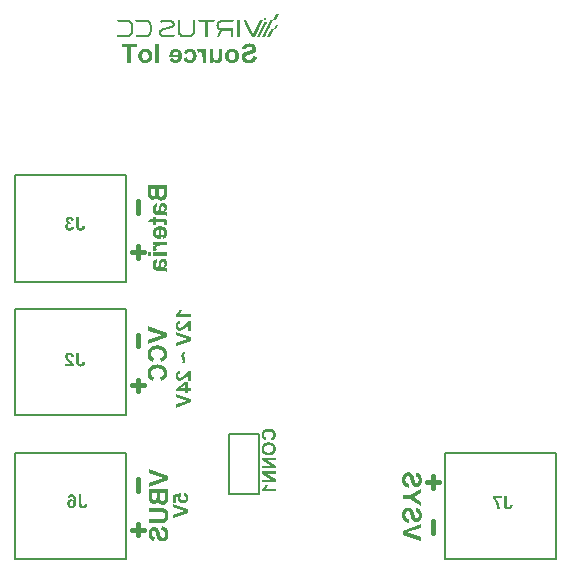
<source format=gbo>
%FSTAX24Y24*%
%MOIN*%
%SFA1B1*%

%IPPOS*%
%ADD12C,0.007900*%
%ADD69C,0.015700*%
%LNpcb_source_iot-1*%
%LPD*%
G36*
X003524Y020774D02*
X003207Y020773D01*
X003206Y020769*
X003212Y020759*
X003241Y020701*
X003247Y020699*
X003583Y020698*
X003587Y020697*
X003596Y020695*
X003603Y020692*
X003612Y020687*
X003614Y020685*
X003622Y02068*
X003624Y020678*
X003626Y020677*
X003641Y020662*
X003642Y02066*
X003645Y020657*
X003647Y020655*
X003652Y020647*
X003658Y020637*
X003666Y020618*
X00367Y020611*
X003677Y020587*
X003679Y020579*
X003681Y020574*
X003682Y02057*
X003683Y02056*
X003686Y020546*
X003687Y020532*
X003688Y020527*
X003687Y020434*
X003686Y02043*
X003684Y020419*
X003683Y020412*
X003682Y020407*
X003681Y020396*
X003678Y020391*
X003676Y020379*
X003674Y020374*
X003669Y020361*
X003665Y02035*
X003662Y020344*
X003654Y020329*
X003647Y020319*
X003643Y020312*
X00364Y02031*
X003639Y020307*
X003626Y020295*
X003624Y020294*
X003622Y020292*
X00362Y02029*
X003617Y020288*
X00361Y020284*
X003598Y020278*
X003592Y020277*
X003587Y020275*
X003571Y020273*
X003224Y020272*
X003223Y020267*
X003224Y0202*
X00323Y020198*
X003592Y020199*
X003596Y0202*
X003603Y020203*
X003616Y020205*
X00362Y020206*
X003626Y020209*
X003633Y020212*
X003645Y020217*
X003647Y020219*
X003661Y020227*
X003665Y02023*
X003667Y020231*
X003673Y020236*
X003677Y020239*
X003693Y020255*
X003694Y020257*
X003699Y020262*
X0037Y020265*
X003703Y020267*
X003704Y020269*
X003709Y020277*
X00371Y020279*
X003715Y020285*
X003716Y020288*
X003719Y020293*
X00373Y020316*
X003738Y020338*
X00374Y020344*
X003742Y020352*
X003745Y020363*
X003747Y020368*
X003748Y020374*
X00375Y02038*
X003752Y020394*
X003753Y020399*
X003754Y020414*
X003755Y020418*
X003756Y020433*
X003758Y020463*
X003759Y020481*
X003757Y02053*
X003756Y020549*
X003753Y020571*
X003752Y020576*
X00375Y020591*
X003747Y020603*
X003745Y020611*
X003742Y020621*
X00374Y020628*
X003738Y020634*
X003736Y02064*
X003734Y020646*
X003731Y020652*
X003728Y020661*
X003716Y020684*
X003711Y020692*
X003706Y0207*
X003705Y020702*
X0037Y020708*
X003697Y020712*
X003693Y020716*
X003692Y020718*
X003687Y020723*
X003686Y020725*
X003682Y020728*
X003675Y020735*
X003672Y020736*
X003668Y020741*
X003666Y020742*
X003658Y020747*
X003656Y020749*
X003654Y020751*
X003631Y020762*
X003617Y020767*
X003611Y020768*
X003603Y02077*
X003597Y020772*
X003589Y020773*
X003555Y020774*
X003525*
X003524*
G37*
G36*
X00394Y020699D02*
X004201Y020698D01*
X004206Y020696*
X004214Y020694*
X004219Y020692*
X004228Y020687*
X004236Y020682*
X004238Y02068*
X00424Y020678*
X004243Y020677*
X004257Y020662*
X004259Y02066*
X004262Y020657*
X004263Y020655*
X004265Y020652*
X004266Y02065*
X004274Y020638*
X004275Y020635*
X004284Y020616*
X004288Y020605*
X004289Y020601*
X004292Y020594*
X004294Y020588*
X004295Y020581*
X004296Y020578*
X004299Y020565*
X0043Y020557*
X004301Y020547*
X004303Y020544*
X004304Y020536*
X004305Y020518*
X004306Y020474*
X004305Y020463*
X004304Y020433*
X004303Y020429*
X0043Y020416*
X004299Y020405*
X004296Y020396*
X004295Y02039*
X004294Y020385*
X004292Y020378*
X004289Y020371*
X004288Y020365*
X004285Y020359*
X004282Y020352*
X004279Y020346*
X00427Y020327*
X004259Y020312*
X004256Y02031*
X004255Y020307*
X004242Y020294*
X004239Y020293*
X004237Y02029*
X004235Y020289*
X004224Y020283*
X004214Y020278*
X00421Y020277*
X004204Y020275*
X004189Y020273*
X003841Y020272*
X003839Y020267*
X00384Y020201*
X003843Y020198*
X004209Y020199*
X004212Y0202*
X00422Y020203*
X004232Y020205*
X004237Y020206*
X004243Y020209*
X00425Y020212*
X004262Y020217*
X004263Y020219*
X004278Y020227*
X004281Y02023*
X004283Y020231*
X004289Y020236*
X004293Y020239*
X004311Y020257*
X004312Y020259*
X004316Y020262*
X004317Y020265*
X00432Y020268*
X004321Y02027*
X004327Y020278*
X004328Y02028*
X004332Y020287*
X004348Y020318*
X00435Y020326*
X004352Y020331*
X004356Y020341*
X004357Y020347*
X00436Y020356*
X004362Y020361*
X004363Y020371*
X004366Y020379*
X004368Y02039*
X004369Y0204*
X00437Y020409*
X004372Y02042*
X004373Y020443*
X004374Y020463*
X004375Y02051*
X004374Y020513*
X004372Y020552*
X00437Y020563*
X004368Y02058*
X004365Y020597*
X004363Y020601*
X004361Y020612*
X004359Y020619*
X004357Y020627*
X004349Y020649*
X004348Y020654*
X004342Y020666*
X004332Y020684*
X004328Y020692*
X004322Y0207*
X004321Y020702*
X004316Y020708*
X004313Y020712*
X004311Y020714*
X00431Y020716*
X004305Y020722*
X004304Y020724*
X004302Y020725*
X0043Y020727*
X004297Y02073*
X004293Y020733*
X004291Y020735*
X004289Y020736*
X004284Y020741*
X004282Y020742*
X004274Y020747*
X004272Y020749*
X00427Y020751*
X004245Y020763*
X004239Y020764*
X004233Y020767*
X004227Y020768*
X004219Y02077*
X004213Y020772*
X004205Y020773*
X004171Y020774*
X003823Y020773*
X003822Y020769*
X003826Y020763*
X003858Y020701*
X003864Y020699*
X003939*
X00394*
G37*
G36*
X005001Y020566D02*
X004991Y020562D01*
X004983Y020558*
X004979Y020557*
X004968Y020554*
X004962Y020552*
X004958Y020551*
X004952Y020549*
X004939Y020545*
X004934Y020543*
X004925Y020541*
X004919Y020539*
X004914Y020538*
X004901Y020535*
X004897Y020534*
X004888Y020531*
X004881Y02053*
X004875Y020528*
X004871Y020527*
X004863Y020525*
X004854Y020523*
X004848Y020521*
X004844Y02052*
X004837Y020519*
X004832Y020517*
X004827Y020516*
X004821Y020515*
X004817Y020513*
X004806Y02051*
X004802Y020509*
X004796Y020508*
X004791Y020506*
X004786Y020505*
X00478Y020503*
X004768Y020499*
X004763Y020498*
X004756Y020495*
X004749Y020493*
X004743Y02049*
X004729Y020485*
X004724Y020484*
X004714Y020479*
X004705Y020476*
X004673Y02046*
X004671Y020457*
X004663Y020453*
X00465Y020443*
X004648Y020441*
X004646Y02044*
X00463Y020424*
X004629Y020422*
X004626Y020418*
X004624Y020416*
X004622Y020414*
X004621Y020412*
X004617Y020405*
X00461Y020391*
X004607Y020383*
X004606Y020379*
X004604Y02037*
X004602Y020355*
X004604Y020327*
X004605Y020324*
X004606Y020313*
X004607Y020309*
X004613Y020295*
X004623Y020276*
X004626Y020273*
X004627Y020271*
X004632Y020265*
X004634Y020262*
X004636Y020261*
X004639Y020257*
X004649Y020246*
X004651Y020245*
X004655Y020242*
X004657Y020241*
X004671Y020231*
X004679Y020227*
X004693Y02022*
X004703Y020216*
X004713Y020212*
X004718Y02021*
X004723Y020209*
X004728Y020207*
X004736Y020205*
X00474Y020204*
X004752Y020201*
X004758Y020199*
X004769Y020198*
X004778Y020195*
X004803Y020193*
X004814Y020192*
X004818Y02019*
X004821Y020188*
X004955Y020189*
X00496Y020192*
X00498Y020193*
X004989Y020194*
X004999Y020195*
X005005Y020196*
X005009Y020198*
X005024Y020199*
X005035Y020203*
X005045Y020204*
X005056Y020206*
X005062Y020208*
X005067Y020209*
X005074Y020211*
X005083Y020213*
X005088Y020215*
X005094Y020216*
X005106Y02022*
X005112Y020222*
X005119Y020224*
X005125Y020226*
X005131Y020228*
X005133Y020231*
X005134Y020233*
X005131Y020239*
X005128Y020246*
X005106Y020289*
X005099*
X005095Y020288*
X005078Y020283*
X005071Y020282*
X005066Y020279*
X005061Y020278*
X00505Y020276*
X005041Y020273*
X005035Y020272*
X005027Y020271*
X005022Y02027*
X005016Y020268*
X005008Y020267*
X004992Y020265*
X004975Y020262*
X004965Y020261*
X004952Y02026*
X004942Y020259*
X004936Y020258*
X004916Y020257*
X004851Y020256*
X004848Y020257*
X004824Y020259*
X004821Y02026*
X004794Y020262*
X004779Y020265*
X004773Y020266*
X004769Y020267*
X004762Y020268*
X004757Y020271*
X004752Y020272*
X004746Y020273*
X004741Y020276*
X004734Y020278*
X004724Y020283*
X004718Y020286*
X004711Y02029*
X004708Y020293*
X004706Y020294*
X004703Y020297*
X004701Y020298*
X004693Y020306*
X004691Y020309*
X004689Y020311*
X004688Y020313*
X004684Y020323*
X00468Y020334*
X004679Y020341*
X00468Y020359*
X004684Y020367*
X004689Y020377*
X004694Y020383*
X004696Y020384*
X004697Y020387*
X0047Y020389*
X004702Y02039*
X004706Y020395*
X004708Y020396*
X004712Y020399*
X004717Y020402*
X004725Y020407*
X004752Y02042*
X004763Y020424*
X004768Y020426*
X004775Y020428*
X004781Y02043*
X004785Y020431*
X004796Y020435*
X0048Y020436*
X004806Y020437*
X004811Y020439*
X004817Y020441*
X004824Y020442*
X004829Y020444*
X004835Y020446*
X004846Y020448*
X004856Y020451*
X004867Y020454*
X00488Y020457*
X004887Y020458*
X004891Y020459*
X004901Y020462*
X00491Y020463*
X004919Y020466*
X004927Y020468*
X004932Y020469*
X004936Y02047*
X004941Y020472*
X004946Y020473*
X004953Y020474*
X00496Y020477*
X004967Y020479*
X004972Y02048*
X004984Y020484*
X004989Y020485*
X004996Y020488*
X005002Y02049*
X005011Y020493*
X005017Y020495*
X005027Y020499*
X005031Y0205*
X005044Y020506*
X005071Y02052*
X005085Y020529*
X005091Y020534*
X005095Y020538*
X005097Y020539*
X005112Y020554*
X005113Y020556*
X005117Y020559*
X005118Y020561*
X005121Y020565*
X005125Y020572*
X005133Y020589*
X005136Y020596*
X005137Y020602*
X005138Y020608*
X005139Y020626*
X00514Y020628*
X005139Y020632*
X005138Y020654*
X005136Y020657*
X005135Y020663*
X005133Y020668*
X00513Y020675*
X005125Y020687*
X005123Y020689*
X005119Y020696*
X005111Y020706*
X005106Y020712*
X005096Y020722*
X005094Y020723*
X005092Y020725*
X00509Y020727*
X005086Y02073*
X005084Y020731*
X005077Y020736*
X005069Y020741*
X005046Y020752*
X005035Y020756*
X00503Y020757*
X005026Y020758*
X005018Y020762*
X00501Y020763*
X004997Y020767*
X004991Y020768*
X00498Y02077*
X004976Y020771*
X00497Y020772*
X00496Y020773*
X004945Y020775*
X004934Y020776*
X004905Y020778*
X004874Y020779*
X004839Y020778*
X004825Y020777*
X004813Y020775*
X004802Y020774*
X004788Y020773*
X004775Y020771*
X004771Y02077*
X004765Y020769*
X004755Y020768*
X004746Y020766*
X004741Y020764*
X004721Y020761*
X004712Y020758*
X004707Y020757*
X004699Y020756*
X004694Y020754*
X004682Y020751*
X004676Y02075*
X004667Y020747*
X00466Y020746*
X004654Y020744*
X004651Y020741*
X004652Y020736*
X004679Y020682*
X004681Y02068*
X004689Y020682*
X004692Y020683*
X004701Y020685*
X004713Y020688*
X004717Y020689*
X004726Y02069*
X004732Y020693*
X004742Y020694*
X004747Y020695*
X004756Y020696*
X004761Y020697*
X004767Y020699*
X004782Y020701*
X004786Y020702*
X004791Y020703*
X004826Y020707*
X004842Y020708*
X004849Y02071*
X004919*
X004923Y020709*
X004936Y020707*
X004947Y020706*
X004975Y020702*
X004981Y0207*
X004989Y020699*
X005005Y020694*
X005011Y020691*
X005018Y020688*
X00503Y020682*
X005044Y020671*
X005053Y020662*
X005054Y02066*
X005058Y020654*
X005061Y020645*
X005063Y020639*
X005064Y020632*
X005063Y020618*
X005059Y020611*
X005055Y020603*
X00505Y020597*
X005041Y020588*
X005039Y020587*
X005036Y020584*
X00503Y02058*
X00502Y020575*
X005004Y020567*
X005002Y020566*
X005001*
G37*
G36*
X005468Y020188D02*
X005581Y020189D01*
X005583Y020192*
X005602Y020193*
X005617Y020195*
X005621Y020196*
X005628Y020198*
X005634Y020199*
X00564Y0202*
X005649Y020203*
X005653Y020204*
X00566Y020205*
X005669Y020209*
X005674Y02021*
X005679Y020212*
X005684Y020213*
X005691Y020216*
X005712Y020226*
X005714Y020227*
X00572Y020231*
X00573Y020237*
X005738Y020242*
X00574Y020243*
X005742Y020245*
X005745Y020246*
X005749Y020251*
X005751Y020252*
X005756Y020256*
X005758Y020257*
X005766Y020266*
X005767Y020268*
X005774Y020274*
X005775Y020277*
X005777Y020279*
X005778Y020281*
X00578Y020283*
X005784Y020289*
X005788Y020295*
X005798Y020316*
X005799Y020321*
X005802Y020328*
X005804Y020335*
X005806Y02034*
X005807Y020348*
X005808Y020352*
X005809Y020363*
X00581Y020391*
X005809Y020767*
X005807Y020768*
X005737Y020767*
X005735Y020766*
X005734Y020362*
X005733Y020359*
X005732Y020354*
X005729Y020346*
X00572Y020329*
X005712Y02032*
X005709Y020316*
X005708Y020314*
X005705Y020311*
X005703Y02031*
X005696Y020304*
X005694Y020302*
X005692Y0203*
X00569Y020299*
X005682Y020294*
X005668Y020286*
X00566Y020283*
X00565Y020278*
X005636Y020273*
X005629Y020271*
X005623Y020269*
X005619Y020268*
X005612Y020267*
X005603Y020264*
X005592Y020262*
X005578Y020261*
X005564Y020259*
X005558Y020258*
X005526Y020257*
X005519Y020256*
X005516Y020257*
X005481Y020259*
X005478Y02026*
X005452Y020262*
X005445Y020263*
X00544Y020265*
X005435Y020266*
X005429Y020267*
X005423Y020268*
X005417Y020271*
X005413Y020272*
X005399Y020277*
X00539Y02028*
X005384Y020283*
X005379Y020285*
X005367Y020292*
X005356Y020299*
X00535Y020303*
X005348Y020305*
X005346Y020306*
X005341Y02031*
X005339Y020311*
X005336Y020315*
X005329Y020323*
X005328Y020325*
X005322Y020333*
X005317Y020345*
X005313Y020352*
X005312Y020357*
X005311Y020364*
X005309Y02037*
X005308Y020766*
X005306Y020768*
X005236Y020767*
X005234Y020766*
X005235Y020363*
X005236Y02036*
X005238Y020345*
X00524Y020334*
X005242Y020329*
X005244Y020324*
X005246Y020319*
X005248Y020312*
X005259Y020291*
X005265Y020283*
X005266Y020281*
X005268Y020279*
X005269Y020277*
X005274Y020271*
X005293Y020252*
X005295Y020251*
X0053Y020246*
X005302Y020245*
X005304Y020243*
X005306Y020242*
X005317Y020234*
X005319Y020233*
X005327Y020229*
X005357Y020215*
X005361Y020213*
X005369Y02021*
X005373Y020209*
X005379Y020207*
X005386Y020205*
X005391Y020204*
X005398Y020202*
X005405Y020199*
X005416Y020198*
X005422Y020196*
X005429Y020195*
X005448Y020193*
X005459Y020192*
X005463Y02019*
Y020188*
X005467*
X005468*
G37*
G36*
X00623Y020324D02*
X006231Y020696D01*
X006232Y020698*
X006237Y020699*
X006436*
X006441Y0207*
X006444Y020702*
X006475Y020764*
X006473Y020768*
X005912*
X005909Y020766*
X005942Y020701*
X005947Y020699*
X006152Y020698*
X006155Y020695*
X006156Y0202*
X006161Y020198*
X006168Y020199*
X006171Y020198*
X006216Y020199*
X006219Y020198*
X006221Y020199*
X006224Y020198*
X006228Y0202*
X00623Y020204*
Y020323*
Y020324*
G37*
G36*
X007009Y020373D02*
X00701Y020201D01*
X007011Y020199*
X007018Y020198*
X007021Y020199*
X007024Y020198*
X00707Y020199*
X007077Y020198*
X007081Y020199*
X007083Y0202*
Y020481*
X007082Y020483*
X007077Y020484*
X00674Y020485*
X006737Y020486*
X006717Y020488*
X006702Y020489*
X006689Y020491*
X00668Y020493*
X006669Y020495*
X006663Y020498*
X006659Y020499*
X006651Y020502*
X006634Y020511*
X006631Y020515*
X006629Y020516*
X00662Y020525*
X006619Y020527*
X006614Y020534*
X00661Y020544*
X006609Y020548*
X006606Y020554*
X006604Y020562*
X006603Y020579*
X006602Y020602*
X006603Y020605*
X006605Y020621*
X006606Y020626*
X006609Y020635*
X006611Y020642*
X006614Y020647*
X006617Y020652*
X006622Y020658*
X006632Y020668*
X006634Y020669*
X006637Y020672*
X00666Y020683*
X006669Y020685*
X006676Y020688*
X00668Y020689*
X006692Y020691*
X006698Y020692*
X006712Y020694*
X006729Y020695*
X006758Y020696*
X006782Y020697*
X007065Y020699*
X007068Y020701*
X007099Y020761*
X0071Y020764*
X007099Y020768*
X006736*
X006732Y020767*
X006715Y020766*
X006705Y020764*
X006697Y020763*
X006682Y020762*
X006677Y020761*
X00667Y020758*
X006665Y020757*
X006659Y020756*
X006653Y020754*
X006646Y020752*
X006642Y020751*
X006636Y020749*
X006631Y020747*
X006626Y020745*
X006618Y020742*
X006597Y020731*
X006589Y020725*
X006587Y020724*
X006577Y020717*
X006572Y020711*
X00657Y02071*
X006568Y020708*
X006567Y020706*
X006558Y020697*
X006557Y020695*
X006547Y020681*
X006541Y020667*
X006536Y020657*
X006534Y02065*
X006533Y020644*
X00653Y02063*
X006528Y020616*
X006527Y020609*
X006526Y020576*
X006527Y020572*
X006528Y020559*
X00653Y020556*
X006531Y020544*
X006532Y02054*
X006535Y020529*
X006536Y020525*
X006541Y020515*
X006542Y020511*
X006546Y020504*
X006553Y020492*
X00656Y020482*
X006562Y02048*
X006564Y020478*
X006575Y020466*
X006577Y020465*
X006582Y020461*
X006584Y02046*
X006586Y020457*
X006588Y020456*
X00659Y020454*
X006593Y020453*
X006601Y020448*
X006625Y020437*
X006632Y020434*
X006637Y020432*
X006639Y02043*
X00664Y020427*
X006528Y020202*
X00653Y020199*
X006538Y020198*
X006541Y020199*
X006545Y020198*
X006601Y020199*
X006606Y020198*
X006611Y020201*
X006613Y020203*
X006615Y020209*
X006706Y020392*
X006717Y020413*
X006719Y020415*
X006753Y020413*
X006756Y020412*
X007006Y020411*
X007009Y020409*
Y020374*
Y020373*
G37*
G36*
X007226Y020574D02*
X007227Y020201D01*
X007229Y020199*
X00724Y020198*
X007242Y020199*
X007245Y020198*
X007287Y020199*
X007289Y020198*
X007291Y020199*
X007295Y020198*
X0073Y020201*
X007301Y020766*
X007298Y020768*
X007228Y020767*
X007226Y020762*
Y020576*
Y020574*
G37*
G36*
X008191Y02083D02*
X008193Y020828D01*
X008192Y020824*
X008162Y020763*
X008158Y020761*
X008083Y02076*
X008081Y020761*
X00808Y020764*
X008098Y020803*
X008106Y020817*
X008107Y020822*
X008109Y020823*
Y020824*
Y020825*
X008114Y020829*
X008185Y02083*
X008191*
G37*
G36*
X008603Y020969D02*
X0086Y020968D01*
X008496Y020761*
X008491Y020758*
X008415Y020759*
X008414Y020762*
X008421Y020779*
X008423Y020782*
Y020783*
X008516Y020968*
X008517Y020973*
X008602Y020974*
X008603Y020969*
G37*
G36*
X008407Y020757D02*
X008408Y020755D01*
X008309Y020556*
X008308Y020552*
X008303Y020544*
X008251Y020439*
X008133Y020201*
X008129Y020195*
X008128Y020189*
X008045Y020188*
Y020191*
X008323Y020748*
X008325Y020754*
X008328Y020756*
X00833Y020757*
X008333Y020758*
X008337*
X008392*
X008396Y020757*
X008402Y020758*
X008407Y020757*
G37*
G36*
X008587Y020615D02*
X008588Y020612D01*
X008542Y020518*
X008521Y020477*
X008514Y020473*
X008513*
X00844Y020474*
X008439Y020477*
X008507Y020614*
X00851Y020616*
X008587Y020615*
G37*
G36*
X008074Y020766D02*
X008071Y02076D01*
X007829Y020276*
X007795Y020206*
X007791Y0202*
X007785Y020198*
X007781Y020199*
X007778Y020198*
X007723Y020199*
X007713Y020198*
X007707Y0202*
X007671Y020271*
Y020272*
X007586Y02044*
X007521Y020573*
X007516Y020581*
X00743Y020754*
X007425Y020763*
X007426Y020767*
X007505Y020768*
X007506Y020767*
X007737Y020306*
X007746Y020288*
X007749Y020286*
X007751Y020287*
X007817Y020417*
X007824Y020432*
X007885Y020554*
X007892Y020568*
X007952Y020688*
X007991Y020766*
X007992Y020767*
X008072Y020768*
X008074Y020766*
G37*
G36*
X008432Y020472D02*
X008434Y020469D01*
X008302Y020204*
X008297Y020195*
X008295Y020189*
X008257Y020188*
X008256*
X008212Y020189*
X00829Y020346*
X00834Y020448*
X008343Y020454*
X008345Y020458*
X008349Y020465*
X00835Y020469*
X008354Y020473*
X008432Y020472*
G37*
G36*
X008204Y020685D02*
X008205Y020683D01*
X008154Y020581*
X008152Y020575*
X008151Y020574*
X008007Y020287*
X007969Y020209*
X007966Y020204*
X007963Y020196*
X007961Y020194*
X00796Y020189*
X007877Y020188*
X007876Y02019*
X008123Y020683*
X008125Y020686*
X008204Y020685*
G37*
G36*
X012933Y005692D02*
X012952Y005689D01*
X01297Y005684*
X012984Y00568*
X012996Y005675*
X013004Y005671*
X01301Y005668*
X013012Y005667*
X013026Y005657*
X013039Y005645*
X01305Y005633*
X013059Y005622*
X013066Y005612*
X013072Y005604*
X013075Y005599*
X013076Y005598*
Y005597*
X013081Y005588*
X013085Y005579*
X013094Y005557*
X013101Y005534*
X013108Y005512*
X013111Y005502*
X013114Y005492*
X013116Y005483*
X013118Y005476*
X01312Y005469*
X013121Y005465*
X013122Y005461*
Y00546*
X013126Y005444*
X01313Y005429*
X013134Y005416*
X013137Y005403*
X013141Y005393*
X013145Y005383*
X013148Y005375*
X013151Y005367*
X013154Y005361*
X013157Y005356*
X013158Y005352*
X01316Y005349*
X013163Y005344*
X013164*
X01317Y005337*
X013177Y005333*
X013183Y00533*
X013189Y005328*
X013194Y005326*
X013198Y005325*
X013201*
X013202*
X013211Y005326*
X013218Y005328*
X013226Y005332*
X013231Y005335*
X013236Y005339*
X013239Y005343*
X01324Y005344*
X013241Y005345*
X013249Y005358*
X013255Y005372*
X013259Y005386*
X013262Y0054*
X013264Y005412*
X013265Y005422*
Y005431*
X013264Y00545*
X013261Y005467*
X013258Y00548*
X013254Y005491*
X01325Y0055*
X013247Y005507*
X013244Y00551*
X013243Y005511*
X013234Y00552*
X013223Y005529*
X013212Y005535*
X0132Y005539*
X01319Y005543*
X013182Y005545*
X013176Y005547*
X013175*
X013174*
X013178Y005674*
X013195Y005673*
X013209Y005671*
X013224Y005667*
X013237Y005662*
X013249Y005658*
X013261Y005652*
X013271Y005647*
X013281Y005641*
X01329Y005635*
X013297Y00563*
X013303Y005624*
X013309Y00562*
X013312Y005616*
X013315Y005613*
X013317Y005611*
X013318Y00561*
X013327Y005599*
X013335Y005586*
X013342Y005572*
X013349Y005558*
X013353Y005543*
X013358Y005529*
X013364Y005499*
X013366Y005486*
X013368Y005474*
X013369Y005462*
X01337Y005452*
X013371Y005444*
Y005433*
X01337Y005406*
X013367Y005383*
X013363Y005362*
X01336Y005344*
X013357Y005335*
X013355Y005328*
X013353Y005323*
X013352Y005317*
X01335Y005314*
X013349Y005311*
X013348Y005309*
Y005308*
X013339Y00529*
X013329Y005274*
X013318Y005261*
X013308Y00525*
X013299Y005241*
X013291Y005235*
X013286Y005231*
X013285Y00523*
X013284*
X013269Y005221*
X013252Y005214*
X013237Y00521*
X013223Y005207*
X013211Y005205*
X013202Y005203*
X013198*
X013196*
X013195*
X013194*
X01318Y005204*
X013167Y005206*
X013155Y005209*
X013143Y005212*
X013121Y005221*
X013102Y005232*
X013094Y005237*
X013087Y005242*
X013081Y005247*
X013075Y005252*
X013072Y005255*
X013069Y005258*
X013067Y00526*
X013066Y005261*
X01306Y005269*
X013054Y005279*
X013047Y005289*
X013042Y005301*
X013031Y005324*
X013022Y005347*
X013018Y005359*
X013014Y005369*
X013012Y005379*
X013009Y005387*
X013007Y005394*
X013005Y005399*
X013004Y005403*
Y005404*
X013001Y005418*
X012997Y005431*
X012994Y005443*
X012992Y005454*
X012989Y005463*
X012987Y005471*
X012984Y005478*
X012983Y005485*
X012982Y00549*
X01298Y005495*
X012978Y005501*
X012976Y005505*
Y005506*
X012972Y005518*
X012967Y005527*
X012963Y005535*
X012958Y005541*
X012954Y005546*
X012952Y005549*
X01295Y00555*
X012949Y005551*
X012942Y005556*
X012936Y005559*
X01293Y005561*
X012924Y005563*
X012919Y005564*
X012914Y005565*
X012911*
X012898Y005564*
X012887Y00556*
X012876Y005555*
X012867Y005549*
X01286Y005543*
X012854Y005539*
X01285Y005535*
Y005533*
X012841Y00552*
X012835Y005506*
X01283Y00549*
X012828Y005476*
X012826Y005462*
X012824Y005451*
Y005441*
X012825Y00542*
X012829Y005402*
X012833Y005386*
X012839Y005373*
X012844Y005362*
X012849Y005354*
X012852Y00535*
X012853Y005348*
X012866Y005336*
X01288Y005327*
X012895Y005319*
X012911Y005314*
X012924Y005309*
X012935Y005305*
X012939Y005304*
X012942*
X012944Y005303*
X012945*
X012933Y00518*
X012914Y005182*
X012896Y005186*
X012879Y005191*
X012863Y005196*
X012849Y005202*
X012835Y005209*
X012823Y005215*
X012812Y005221*
X012803Y005228*
X012795Y005234*
X012788Y00524*
X012781Y005245*
X012777Y005249*
X012774Y005252*
X012772Y005254*
X012771Y005255*
X012761Y005268*
X012753Y005282*
X012746Y005296*
X012739Y005312*
X012735Y005326*
X01273Y005342*
X012724Y005372*
X012721Y005385*
X012719Y005398*
X012718Y005409*
X012717Y005419*
Y005427*
Y005439*
Y005468*
X01272Y005495*
X012724Y005518*
X012726Y005529*
X012728Y005539*
X01273Y005547*
X012732Y005554*
X012734Y00556*
X012736Y005566*
X012737Y00557*
X012738Y005573*
X012739Y005575*
Y005576*
X012749Y005596*
X01276Y005612*
X012771Y005628*
X012783Y00564*
X012793Y005649*
X012802Y005656*
X012808Y00566*
X012809Y005662*
X012828Y005672*
X012845Y00568*
X012862Y005685*
X012879Y005689*
X012891Y005691*
X012898Y005692*
X012902*
X012906*
X012909*
X012911*
X012933*
G37*
G36*
X013359Y005002D02*
X013109Y004857D01*
X013359Y004709*
Y00456*
X012993Y004791*
X012728*
Y004918*
X012993*
X013359Y005149*
Y005002*
G37*
G36*
X012933Y004516D02*
X012952Y004514D01*
X01297Y004509*
X012984Y004505*
X012996Y0045*
X013004Y004495*
X01301Y004493*
X013012Y004492*
X013026Y004482*
X013039Y00447*
X01305Y004458*
X013059Y004447*
X013066Y004437*
X013072Y004429*
X013075Y004423*
X013076*
Y004422*
X013081Y004413*
X013085Y004403*
X013094Y004382*
X013101Y004359*
X013108Y004337*
X013111Y004327*
X013114Y004317*
X013116Y004308*
X013118Y0043*
X01312Y004294*
X013121Y00429*
X013122Y004286*
Y004285*
X013126Y004269*
X01313Y004254*
X013134Y00424*
X013137Y004228*
X013141Y004218*
X013145Y004208*
X013148Y004199*
X013151Y004192*
X013154Y004186*
X013157Y004181*
X013158Y004177*
X01316Y004174*
X013163Y004169*
X013164Y004168*
X01317Y004162*
X013177Y004157*
X013183Y004155*
X013189Y004153*
X013194Y004151*
X013198Y00415*
X013201*
X013202*
X013211Y004151*
X013218Y004153*
X013226Y004157*
X013231Y00416*
X013236Y004164*
X013239Y004167*
X01324Y004169*
X013241Y00417*
X013249Y004183*
X013255Y004197*
X013259Y004211*
X013262Y004225*
X013264Y004237*
X013265Y004247*
Y004256*
X013264Y004275*
X013261Y004291*
X013258Y004305*
X013254Y004316*
X01325Y004325*
X013247Y004331*
X013244Y004335*
X013243Y004336*
X013234Y004345*
X013223Y004353*
X013212Y00436*
X0132Y004364*
X01319Y004368*
X013182Y00437*
X013176Y004372*
X013175*
X013174*
X013178Y004499*
X013195Y004498*
X013209Y004495*
X013224Y004492*
X013237Y004487*
X013249Y004483*
X013261Y004477*
X013271Y004472*
X013281Y004466*
X01329Y00446*
X013297Y004454*
X013303Y004449*
X013309Y004444*
X013312Y004441*
X013315Y004438*
X013317Y004436*
X013318Y004435*
X013327Y004423*
X013335Y004411*
X013342Y004397*
X013349Y004382*
X013353Y004368*
X013358Y004353*
X013364Y004324*
X013366Y00431*
X013368Y004299*
X013369Y004287*
X01337Y004277*
X013371Y004269*
Y004258*
X01337Y004231*
X013367Y004208*
X013363Y004187*
X01336Y004168*
X013357Y00416*
X013355Y004153*
X013353Y004147*
X013352Y004142*
X01335Y004138*
X013349Y004136*
X013348Y004134*
Y004133*
X013339Y004115*
X013329Y004099*
X013318Y004085*
X013308Y004075*
X013299Y004065*
X013291Y00406*
X013286Y004055*
X013285Y004054*
X013284*
X013269Y004045*
X013252Y004039*
X013237Y004034*
X013223Y004032*
X013211Y00403*
X013202Y004028*
X013198*
X013196*
X013195*
X013194*
X01318Y004029*
X013167Y004031*
X013155Y004034*
X013143Y004037*
X013121Y004046*
X013102Y004057*
X013094Y004062*
X013087Y004067*
X013081Y004072*
X013075Y004076*
X013072Y00408*
X013069Y004083*
X013067Y004085*
X013066*
X01306Y004094*
X013054Y004104*
X013047Y004114*
X013042Y004126*
X013031Y004148*
X013022Y004172*
X013018Y004184*
X013014Y004194*
X013012Y004204*
X013009Y004212*
X013007Y004218*
X013005Y004224*
X013004Y004228*
Y004229*
X013001Y004243*
X012997Y004256*
X012994Y004268*
X012992Y004279*
X012989Y004288*
X012987Y004296*
X012984Y004303*
X012983Y00431*
X012982Y004315*
X01298Y00432*
X012978Y004326*
X012976Y00433*
Y004331*
X012972Y004342*
X012967Y004351*
X012963Y00436*
X012958Y004366*
X012954Y004371*
X012952Y004373*
X01295Y004375*
X012949Y004376*
X012942Y004381*
X012936Y004384*
X01293Y004386*
X012924Y004388*
X012919Y004389*
X012914Y00439*
X012911*
X012898Y004389*
X012887Y004385*
X012876Y00438*
X012867Y004374*
X01286Y004368*
X012854Y004363*
X01285Y00436*
Y004358*
X012841Y004345*
X012835Y004331*
X01283Y004315*
X012828Y0043*
X012826Y004287*
X012824Y004276*
Y004266*
X012825Y004245*
X012829Y004227*
X012833Y004211*
X012839Y004198*
X012844Y004187*
X012849Y004179*
X012852Y004175*
X012853Y004173*
X012866Y004161*
X01288Y004152*
X012895Y004144*
X012911Y004138*
X012924Y004134*
X012935Y00413*
X012939Y004129*
X012942*
X012944Y004128*
X012945*
X012933Y004004*
X012914Y004007*
X012896Y004011*
X012879Y004016*
X012863Y004021*
X012849Y004027*
X012835Y004034*
X012823Y00404*
X012812Y004046*
X012803Y004053*
X012795Y004059*
X012788Y004065*
X012781Y00407*
X012777Y004074*
X012774Y004077*
X012772Y004079*
X012771Y00408*
X012761Y004093*
X012753Y004106*
X012746Y004121*
X012739Y004136*
X012735Y004151*
X01273Y004167*
X012724Y004197*
X012721Y00421*
X012719Y004223*
X012718Y004234*
X012717Y004244*
Y004252*
Y004264*
Y004293*
X01272Y00432*
X012724Y004343*
X012726Y004353*
X012728Y004363*
X01273Y004372*
X012732Y004379*
X012734Y004385*
X012736Y004391*
X012737Y004395*
X012738Y004398*
X012739Y0044*
Y004401*
X012749Y004421*
X01276Y004437*
X012771Y004453*
X012783Y004464*
X012793Y004474*
X012802Y004481*
X012808Y004484*
X012809Y004486*
X012828Y004496*
X012845Y004505*
X012862Y00451*
X012879Y004514*
X012891Y004515*
X012898Y004516*
X012902Y004517*
X012906*
X012909*
X012911*
X012933Y004516*
G37*
G36*
X013359Y003838D02*
X012892Y003684D01*
X013359Y003523*
Y003386*
X012728Y003612*
Y003749*
X013359Y003973*
Y003838*
G37*
G36*
X005464Y004998D02*
X005475Y004996D01*
X005495Y004988*
X005513Y00498*
X00552Y004976*
X005527Y004971*
X005533Y004966*
X005538Y004963*
X005542Y004958*
X005547Y004956*
X00555Y004953*
X005552Y00495*
X005553Y004949*
Y004948*
X00556Y004939*
X005566Y004931*
X005571Y004921*
X005575Y004912*
X005582Y004892*
X005586Y004875*
X005588Y004866*
Y004859*
X005589Y004851*
X00559Y004845*
X005591Y00484*
Y004834*
X00559Y004818*
X005588Y004802*
X005585Y004789*
X00558Y004775*
X005575Y004763*
X005569Y004752*
X005564Y004742*
X005557Y004732*
X005551Y004724*
X005545Y004717*
X00554Y004711*
X005534Y004705*
X00553Y004702*
X005527Y004699*
X005525Y004697*
X005524*
X005515Y00469*
X005505Y004684*
X005496Y00468*
X005486Y004676*
X005467Y004669*
X005449Y004665*
X005442Y004663*
X005435Y004662*
X005428Y004661*
X005422*
X005418Y00466*
X005415*
X005413*
X005412*
X005398Y004661*
X005385Y004662*
X005373Y004665*
X005361Y004668*
X005351Y00467*
X005341Y004675*
X005331Y004679*
X005323Y004683*
X005316Y004687*
X005309Y004691*
X005303Y004695*
X005299Y004698*
X005295Y004701*
X005292Y004703*
X005291Y004705*
X00529*
X005282Y004714*
X005275Y004723*
X005268Y004732*
X005263Y004742*
X005258Y004751*
X005254Y00476*
X005249Y004777*
X005246Y004785*
X005245Y004792*
X005244Y004799*
Y004804*
X005243Y004808*
Y004815*
X005244Y004827*
X005246Y00484*
X005248Y004851*
X005251Y004861*
X005254Y004869*
X005257Y004875*
X005259Y00488*
X00526*
Y004881*
X005174Y004866*
Y004683*
X005083*
Y004939*
X005346Y004988*
X005357Y00491*
X005351Y004904*
X005345Y004897*
X00534Y004891*
X005335Y004884*
X005329Y004872*
X005324Y00486*
X005322Y00485*
X005321Y004843*
X00532Y00484*
Y004835*
X005321Y004824*
X005324Y004813*
X005327Y004803*
X005332Y004795*
X005337Y004789*
X005341Y004784*
X005343Y004781*
X005344*
X005354Y004773*
X005365Y004768*
X005376Y004765*
X005388Y004762*
X005398Y00476*
X005406Y004759*
X00541*
X005412*
X005413*
X005414*
X005432Y00476*
X005447Y004762*
X005459Y004766*
X00547Y00477*
X005478Y004774*
X005484Y004777*
X005487Y00478*
X005488Y004781*
X005497Y004789*
X005503Y004797*
X005507Y004806*
X00551Y004814*
X005512Y004821*
X005513Y004827*
Y004831*
Y004832*
Y004842*
X00551Y004851*
X005507Y004859*
X005504Y004866*
X0055Y004872*
X005497Y004876*
X005495Y004879*
X005494Y00488*
X005486Y004886*
X005478Y004892*
X00547Y004896*
X005462Y004899*
X005454Y004902*
X005448Y004903*
X005444Y004904*
X005443*
X005453Y005*
X005464Y004998*
G37*
G36*
X005581Y004458D02*
Y004348D01*
X005077Y004169*
Y004278*
X00545Y004401*
X005077Y004529*
Y004639*
X005581Y004458*
G37*
G36*
X005367Y011076D02*
X005356Y011053D01*
X00535Y011042*
X005343Y011032*
X005338Y011022*
X005332Y011013*
X005326Y011005*
X005321Y010998*
X005316Y010992*
X005312Y010987*
X005308Y010983*
X005306Y01098*
X005305Y010978*
X005304*
X005669*
Y010881*
X005162*
Y010959*
X005179Y010967*
X005194Y010976*
X005209Y010986*
X00522Y010997*
X00523Y011005*
X005237Y011013*
X00524Y011016*
X005242Y011019*
X005243Y01102*
X005244Y011021*
X005255Y011037*
X005265Y011052*
X005273Y011066*
X005279Y011078*
X005284Y011089*
X005287Y011096*
X005288Y011099*
X005289Y011101*
Y011102*
X005377*
X005367Y011076*
G37*
G36*
X005669Y010409D02*
X00558D01*
Y010602*
X00557Y010596*
X005562Y010589*
X005558Y010586*
X005556Y010584*
X005554Y010583*
X005553Y010582*
X00555Y010579*
X005547Y010576*
X005539Y010567*
X005529Y010558*
X00552Y010548*
X005511Y010539*
X005504Y010531*
X005501Y010528*
X005499Y010526*
X005498Y010524*
X005497*
X005482Y010508*
X00547Y010494*
X005458Y010483*
X005449Y010475*
X005442Y010468*
X005437Y010464*
X005433Y010461*
X005432Y01046*
X00542Y010451*
X005408Y010443*
X005397Y010436*
X005388Y010431*
X00538Y010427*
X005373Y010424*
X00537Y010422*
X005368Y010421*
X005357Y010417*
X005345Y010414*
X005334Y010412*
X005324Y010411*
X005316Y01041*
X005309Y010409*
X005305*
X005303*
X005292Y01041*
X005281Y010411*
X005271Y010413*
X005262Y010416*
X005245Y010423*
X00523Y01043*
X005224Y010435*
X005219Y010438*
X005214Y010442*
X00521Y010446*
X005207Y010448*
X005204Y01045*
X005203Y010451*
Y010452*
X005195Y01046*
X005189Y01047*
X005184Y010478*
X005179Y010489*
X005172Y010508*
X005167Y010526*
X005166Y010535*
X005164Y010543*
X005163Y010551*
Y010557*
X005162Y010562*
Y010569*
X005163Y010582*
Y010594*
X005167Y010616*
X005173Y010635*
X005176Y010644*
X005179Y010652*
X005182Y010659*
X005186Y010665*
X005189Y010671*
X005191Y010675*
X005194Y010679*
X005195Y010681*
X005196Y010682*
X005197Y010683*
X005204Y010691*
X005211Y010698*
X00522Y010705*
X00523Y010711*
X005249Y01072*
X005267Y010727*
X005276Y010729*
X005284Y010731*
X005292Y010733*
X005298Y010734*
X005304Y010736*
X005308*
X005311*
X005321Y01064*
X005306Y010639*
X005294Y010636*
X005283Y010633*
X005275Y010629*
X005268Y010626*
X005264Y010623*
X005261Y010621*
X00526Y01062*
X005254Y010613*
X00525Y010605*
X005246Y010597*
X005244Y010589*
X005243Y010583*
X005242Y010577*
Y010572*
X005243Y010561*
X005245Y010551*
X005248Y010543*
X005251Y010536*
X005254Y010531*
X005257Y010526*
X005259Y010524*
X00526*
X005267Y010518*
X005275Y010513*
X005283Y01051*
X005291Y010508*
X005298Y010507*
X005305Y010506*
X005308*
X005309*
X00531*
X005321Y010507*
X005331Y010509*
X005341Y010513*
X00535Y010516*
X005358Y01052*
X005364Y010524*
X005367Y010526*
X005369*
X005373Y010529*
X005378Y010534*
X005385Y01054*
X005391Y010545*
X005405Y010559*
X005419Y010572*
X005432Y010585*
X005437Y010591*
X005442Y010596*
X005446Y010601*
X005449Y010604*
X005451Y010606*
X005452Y010607*
X005466Y010621*
X005479Y010634*
X005491Y010647*
X005502Y010658*
X005513Y010668*
X005523Y010677*
X005532Y010685*
X005541Y010691*
X005548Y010697*
X005555Y010702*
X00556Y010707*
X005565Y010709*
X005568Y010712*
X005571Y010714*
X005572Y010715*
X005573*
X00559Y010725*
X005607Y010732*
X005623Y010738*
X005638Y010742*
X005651Y010745*
X005656Y010746*
X005661Y010747*
X005664*
X005667Y010748*
X005669*
Y010409*
G37*
G36*
Y010193D02*
Y010082D01*
X005165Y009903*
Y010012*
X005538Y010135*
X005165Y010263*
Y010373*
X005669Y010193*
G37*
G36*
X005483Y009675D02*
X005475Y009667D01*
X005469Y009658*
X005464Y00965*
X005459Y009642*
X005456Y009634*
X00545Y00962*
X005446Y009608*
X005445Y009603*
Y009598*
X005444Y009595*
Y00959*
X005445Y009578*
X005448Y009564*
X005451Y00955*
X005456Y009537*
X00546Y009526*
X005462Y00952*
X005464Y009516*
X005465Y009512*
X005467Y00951*
Y009508*
Y009507*
X005472Y009495*
X005476Y009484*
X00548Y009475*
X005482Y009468*
X005484Y009463*
X005486Y009458*
Y009456*
X005488Y009443*
X005489Y009437*
Y009432*
X00549Y009428*
Y009422*
X005489Y00941*
X005488Y0094*
X005486Y00939*
X005483Y009381*
X00548Y009374*
X005478Y009368*
X005477Y009364*
X005476Y009363*
X00547Y009353*
X005465Y009344*
X00546Y009337*
X005455Y00933*
X005451Y009325*
X005448Y009321*
X005445Y009319*
X005352*
X005361Y009328*
X005369Y009337*
X005375Y009345*
X005381Y009353*
X005384Y009359*
X005387Y009364*
X005389Y009367*
Y009369*
X005393Y009378*
X005396Y009386*
X005397Y009394*
X005399Y0094*
X0054Y009405*
Y009409*
Y009413*
Y00942*
X005397Y009429*
X005394Y00944*
X005391Y009451*
X005388Y009461*
X005385Y009469*
X005384Y009472*
X005383Y009475*
X005382Y009476*
Y009477*
X005376Y009493*
X00537Y009507*
X005366Y009518*
X005363Y009527*
X005361Y009534*
X005359Y009539*
Y009542*
X005356Y009556*
X005355Y009563*
Y009569*
X005354Y009574*
Y009582*
X005355Y009593*
X005357Y009604*
X005359Y009614*
X005362Y009622*
X005369Y00964*
X005378Y009655*
X005382Y009661*
X005386Y009667*
X00539Y009672*
X005394Y009676*
X005397Y009679*
X005399Y009682*
X0054Y009683*
X005401Y009684*
X005491*
X005483Y009675*
G37*
G36*
X005669Y008743D02*
X00558D01*
Y008935*
X00557Y008929*
X005562Y008923*
X005558Y00892*
X005556Y008918*
X005554Y008916*
X005553Y008915*
X00555Y008912*
X005547Y00891*
X005539Y008901*
X005529Y008891*
X00552Y008882*
X005511Y008872*
X005504Y008864*
X005501Y008861*
X005499Y008859*
X005498Y008858*
X005497Y008857*
X005482Y008841*
X00547Y008828*
X005458Y008817*
X005449Y008808*
X005442Y008802*
X005437Y008797*
X005433Y008794*
X005432*
X00542Y008784*
X005408Y008776*
X005397Y00877*
X005388Y008764*
X00538Y00876*
X005373Y008757*
X00537Y008756*
X005368Y008755*
X005357Y008751*
X005345Y008748*
X005334Y008746*
X005324Y008744*
X005316Y008743*
X005309*
X005305*
X005303*
X005292*
X005281Y008745*
X005271Y008746*
X005262Y008749*
X005245Y008756*
X00523Y008764*
X005224Y008768*
X005219Y008772*
X005214Y008775*
X00521Y008779*
X005207Y008782*
X005204Y008783*
X005203Y008785*
Y008786*
X005195Y008794*
X005189Y008803*
X005184Y008812*
X005179Y008822*
X005172Y008841*
X005167Y00886*
X005166Y008869*
X005164Y008877*
X005163Y008884*
Y008891*
X005162Y008896*
Y008903*
X005163Y008915*
Y008927*
X005167Y00895*
X005173Y008969*
X005176Y008977*
X005179Y008985*
X005182Y008993*
X005186Y008998*
X005189Y009004*
X005191Y009009*
X005194Y009012*
X005195Y009015*
X005196Y009016*
X005197Y009017*
X005204Y009025*
X005211Y009032*
X00522Y009039*
X00523Y009044*
X005249Y009053*
X005267Y00906*
X005276Y009063*
X005284Y009065*
X005292Y009067*
X005298Y009068*
X005304Y009069*
X005308*
X005311Y00907*
X005321Y008974*
X005306Y008972*
X005294Y008969*
X005283Y008966*
X005275Y008963*
X005268Y00896*
X005264Y008957*
X005261Y008955*
X00526Y008954*
X005254Y008947*
X00525Y008939*
X005246Y008931*
X005244Y008923*
X005243Y008916*
X005242Y00891*
Y008905*
X005243Y008894*
X005245Y008885*
X005248Y008877*
X005251Y008869*
X005254Y008864*
X005257Y00886*
X005259Y008858*
X00526Y008857*
X005267Y008851*
X005275Y008847*
X005283Y008844*
X005291Y008842*
X005298Y00884*
X005305*
X005308*
X005309*
X00531*
X005321*
X005331Y008842*
X005341Y008846*
X00535Y00885*
X005358Y008853*
X005364Y008857*
X005367Y008859*
X005369Y00886*
X005373Y008863*
X005378Y008867*
X005385Y008873*
X005391Y008879*
X005405Y008892*
X005419Y008905*
X005432Y008918*
X005437Y008924*
X005442Y00893*
X005446Y008934*
X005449Y008937*
X005451Y008939*
X005452Y00894*
X005466Y008955*
X005479Y008968*
X005491Y00898*
X005502Y008991*
X005513Y009001*
X005523Y00901*
X005532Y009018*
X005541Y009025*
X005548Y009031*
X005555Y009036*
X00556Y00904*
X005565Y009043*
X005568Y009046*
X005571Y009047*
X005572Y009049*
X005573*
X00559Y009058*
X005607Y009066*
X005623Y009071*
X005638Y009076*
X005651Y009079*
X005656*
X005661Y00908*
X005664Y009081*
X005667Y009082*
X005669*
Y008743*
G37*
G36*
X005568Y008487D02*
X005669D01*
Y008393*
X005568*
Y008331*
X005483*
Y008393*
X005163*
Y008475*
X005484Y008694*
X005568*
Y008487*
G37*
G36*
X005669Y008134D02*
Y008024D01*
X005165Y007844*
Y007953*
X005538Y008076*
X005165Y008205*
Y008315*
X005669Y008134*
G37*
G36*
X004909Y005561D02*
Y005424D01*
X004279Y0052*
Y005336*
X004745Y00549*
X004279Y00565*
Y005787*
X004909Y005561*
G37*
G36*
Y004862D02*
Y004846D01*
Y004819*
X004908Y004808*
Y004791*
X004907Y004784*
Y004775*
X004906Y004772*
Y004768*
X004903Y00475*
X004898Y004733*
X004894Y004719*
X004888Y004706*
X004884Y004696*
X004879Y004689*
X004877Y004684*
X004876Y004682*
X004866Y00467*
X004855Y00466*
X004845Y00465*
X004834Y004642*
X004825Y004636*
X004817Y004631*
X004813Y004629*
X004811Y004628*
X004796Y004621*
X004781Y004616*
X004766Y004612*
X004754Y00461*
X004743Y004609*
X004735Y004608*
X004729*
X004728*
X004727*
X004707Y004609*
X004689Y004612*
X004673Y004618*
X004659Y004623*
X004648Y004629*
X00464Y004634*
X004634Y004638*
X004632Y004639*
X004618Y004651*
X004606Y004665*
X004596Y004681*
X004589Y004694*
X004582Y004707*
X004578Y004718*
X004577Y004722*
X004576Y004724*
X004575Y004726*
Y004727*
X004567Y004712*
X004559Y0047*
X004549Y004689*
X00454Y00468*
X004532Y004673*
X004526Y004668*
X004521Y004664*
X00452Y004663*
X004505Y004655*
X004491Y004649*
X004478Y004645*
X004465Y004641*
X004454Y00464*
X004446Y004639*
X00444*
X004439*
X004438*
X004424Y00464*
X004409Y004641*
X004397Y004645*
X004387Y004649*
X004377Y004652*
X00437Y004656*
X004366Y004658*
X004365Y004659*
X004353Y004666*
X004343Y004674*
X004334Y004682*
X004325Y00469*
X00432Y004697*
X004315Y004702*
X004313Y004706*
X004312Y004707*
X004305Y004718*
X004299Y00473*
X004294Y004741*
X004291Y004751*
X004288Y00476*
X004286Y004766*
X004285Y004771*
Y004773*
X004284Y004788*
X004282Y004805*
X004281Y004824*
X00428Y004842*
X004279Y004858*
Y005135*
X004909*
Y004862*
G37*
G36*
X004653Y0045D02*
X004671D01*
X004686Y004499*
X004701Y004498*
X004714Y004497*
X004725*
X004736Y004495*
X004745Y004494*
X004754Y004493*
X004761Y004492*
X004766Y004491*
X004771Y00449*
X004774*
X004775Y004489*
X004776*
X00479Y004485*
X004803Y00448*
X004815Y004474*
X004825Y004468*
X004834Y004463*
X004841Y004458*
X004845Y004455*
X004847Y004454*
X004858Y004443*
X004869Y004431*
X004878Y004418*
X004887Y004406*
X004893Y004396*
X004898Y004387*
X0049Y004382*
X004901Y004381*
Y00438*
X004905Y004371*
X004908Y004361*
X004913Y004338*
X004917Y004315*
X004919Y004293*
Y004283*
X00492Y004273*
Y004265*
X004921Y004257*
Y004242*
X00492Y004216*
X004919Y004192*
X004915Y004171*
X004911Y004154*
X00491Y004147*
X004909Y004139*
X004907Y004134*
X004905Y004129*
X004904Y004126*
X004903Y004123*
X004902Y004122*
Y004121*
X004895Y004105*
X004886Y00409*
X004878Y004077*
X004869Y004067*
X004862Y004058*
X004857Y004052*
X004853Y004048*
X004851Y004047*
X004838Y004037*
X004825Y004029*
X004812Y004023*
X004799Y004017*
X004788Y004014*
X004779Y004011*
X004776Y00401*
X004774*
X004773Y004009*
X004772*
X004762Y004007*
X004751Y004005*
X004739Y004004*
X004727Y004003*
X0047Y004001*
X004673Y003999*
X004662*
X00465*
X004639Y003998*
X00463*
X004622*
X004616*
X004612*
X004279*
Y004126*
X004629*
X004642*
X004655*
X004667Y004127*
X004678*
X004687Y004128*
X004696*
X004704*
X004712*
X004723Y00413*
X004731Y004131*
X004735Y004132*
X004737*
X004749Y004135*
X004759Y004139*
X004768Y004145*
X004776Y00415*
X004783Y004156*
X004787Y00416*
X00479Y004164*
X004791Y004165*
X004798Y004176*
X004804Y00419*
X004807Y004202*
X00481Y004216*
X004812Y004228*
X004813Y004237*
Y004246*
X004812Y004265*
X004809Y004282*
X004806Y004296*
X004801Y004309*
X004797Y004318*
X004794Y004325*
X004791Y004329*
X00479Y004331*
X004781Y004341*
X00477Y004349*
X00476Y004356*
X00475Y004361*
X004741Y004364*
X004734Y004367*
X004729Y004369*
X004727*
X004722Y00437*
X004716Y004371*
X004709*
X004701Y004372*
X004683Y004373*
X004665*
X004649Y004374*
X004642*
X004634*
X004629*
X004625*
X004622*
X004279*
Y004501*
X004616*
X004635*
X004653Y0045*
G37*
G36*
X004724Y003894D02*
X004742Y003891D01*
X004759Y003885*
X004775Y003881*
X004789Y003874*
X004803Y003868*
X004815Y003862*
X004826Y003855*
X004835Y003849*
X004843Y003842*
X00485Y003837*
X004857Y003831*
X004861Y003828*
X004864Y003824*
X004866Y003822*
X004867Y003821*
X004877Y003809*
X004885Y003795*
X004892Y00378*
X004898Y003765*
X004903Y00375*
X004908Y003735*
X004914Y003705*
X004917Y003691*
X004919Y003678*
Y003668*
X00492Y003657*
X004921Y003649*
Y003637*
X00492Y003608*
X004918Y003582*
X004914Y003558*
X004912Y003548*
X004909Y003538*
X004908Y00353*
X004906Y003523*
X004904Y003516*
X004902Y003511*
X0049Y003506*
X004899Y003504*
X004898Y003502*
Y003501*
X004888Y003481*
X004878Y003464*
X004867Y003449*
X004855Y003437*
X004845Y003428*
X004836Y003421*
X00483Y003417*
X004829Y003415*
X004828*
X00481Y003405*
X004793Y003397*
X004775Y003391*
X004759Y003388*
X004746Y003386*
X00474Y003385*
X004735Y003384*
X004732*
X004729*
X004727*
X004726*
X004704Y003385*
X004685Y003388*
X004668Y003392*
X004653Y003397*
X004642Y003401*
X004633Y003406*
X004628Y003409*
X004626Y00341*
X004612Y00342*
X004599Y003432*
X004588Y003443*
X004579Y003454*
X004571Y003464*
X004566Y003473*
X004562Y003478*
X004561Y003479*
Y00348*
X004557Y003489*
X004552Y003498*
X004544Y00352*
X004537Y003543*
X00453Y003565*
X004527Y003575*
X004524Y003585*
X004521Y003594*
X00452Y003601*
X004518Y003607*
X004517Y003612*
X004516Y003616*
X004511Y003633*
X004508Y003647*
X004504Y003661*
X0045Y003674*
X004497Y003684*
X004493Y003694*
X004489Y003702*
X004487Y003709*
X004484Y003716*
X004481Y00372*
X004479Y003725*
X004478Y003728*
X004475Y003732*
X004474Y003733*
X004468Y003739*
X004461Y003744*
X004455Y003747*
X004448Y003749*
X004444Y00375*
X004439Y003751*
X004437*
X004436*
X004427Y00375*
X004419Y003749*
X004412Y003745*
X004407Y003741*
X004402Y003738*
X004399Y003734*
X004397Y003732*
Y003731*
X004388Y003719*
X004383Y003705*
X004378Y00369*
X004376Y003677*
X004374Y003665*
X004373Y003655*
Y003646*
X004374Y003627*
X004376Y00361*
X00438Y003596*
X004384Y003586*
X004387Y003576*
X004391Y00357*
X004394Y003566*
X004395Y003565*
X004404Y003556*
X004415Y003548*
X004426Y003542*
X004438Y003537*
X004448Y003534*
X004456Y003532*
X004462Y00353*
X004463*
X004464*
X004459Y003402*
X004443Y003403*
X004428Y003406*
X004414Y00341*
X004401Y003414*
X004388Y003419*
X004376Y003424*
X004366Y00343*
X004356Y003435*
X004348Y003442*
X004341Y003447*
X004335Y003453*
X004329Y003457*
X004325Y003461*
X004323Y003463*
X004321Y003465*
X00432Y003466*
X004311Y003478*
X004303Y003491*
X004295Y003504*
X004289Y003519*
X004284Y003534*
X00428Y003548*
X004274Y003577*
X004272Y003591*
X00427Y003603*
X004269Y003615*
X004268Y003625*
X004267Y003633*
Y003644*
X004268Y00367*
X004271Y003694*
X004274Y003715*
X004278Y003733*
X004281Y003741*
X004283Y003749*
X004284Y003754*
X004286Y00376*
X004288Y003763*
X004289Y003766*
X00429Y003768*
Y003769*
X004299Y003787*
X004309Y003802*
X00432Y003816*
X00433Y003827*
X004339Y003836*
X004346Y003842*
X004352Y003846*
X004353Y003847*
X004354*
X004369Y003856*
X004386Y003862*
X004401Y003867*
X004415Y00387*
X004427Y003872*
X004436Y003873*
X004439*
X004442*
X004443*
X004444*
X004458Y003872*
X004471Y003871*
X004483Y003868*
X004495Y003864*
X004517Y003855*
X004536Y003844*
X004544Y00384*
X00455Y003834*
X004557Y00383*
X004562Y003825*
X004566Y003821*
X004569Y003819*
X004571Y003817*
Y003816*
X004578Y003808*
X004584Y003798*
X004591Y003788*
X004596Y003776*
X004607Y003753*
X004616Y003729*
X00462Y003718*
X004623Y003708*
X004626Y003698*
X004629Y003689*
X004631Y003683*
X004632Y003678*
X004633Y003674*
Y003673*
X004637Y003658*
X004641Y003646*
X004643Y003634*
X004646Y003623*
X004649Y003614*
X004651Y003606*
X004653Y003598*
X004655Y003592*
X004656Y003586*
X004658Y003582*
X00466Y003575*
X004662Y003572*
Y003571*
X004666Y003559*
X004671Y00355*
X004675Y003542*
X00468Y003535*
X004683Y003531*
X004686Y003528*
X004688Y003526*
X004689Y003525*
X004695Y003521*
X004702Y003517*
X004708Y003515*
X004714Y003514*
X004719Y003513*
X004724Y003512*
X004726*
X004727*
X00474Y003513*
X004751Y003516*
X004762Y003522*
X004771Y003527*
X004778Y003534*
X004784Y003538*
X004787Y003542*
X004788Y003544*
X004796Y003556*
X004803Y003571*
X004807Y003586*
X00481Y003601*
X004812Y003615*
X004814Y003626*
Y003636*
X004813Y003657*
X004809Y003675*
X004805Y00369*
X004799Y003704*
X004794Y003715*
X004789Y003722*
X004786Y003727*
X004785Y003729*
X004772Y00374*
X004758Y003749*
X004743Y003758*
X004727Y003763*
X004714Y003768*
X004703Y003771*
X004699Y003772*
X004695*
X004694Y003773*
X004693*
X004704Y003897*
X004724Y003894*
G37*
G36*
X004871Y010325D02*
Y010188D01*
X004241Y009964*
Y010099*
X004707Y010253*
X004241Y010414*
Y010551*
X004871Y010325*
G37*
G36*
X004589Y009921D02*
X004614Y009918D01*
X004639Y009914*
X004661Y009909*
X004681Y009903*
X004702Y009896*
X004719Y009889*
X004734Y009882*
X004749Y009874*
X004762Y009867*
X004772Y00986*
X004781Y009854*
X004787Y009849*
X004793Y009845*
X004795Y009842*
X004796*
X004812Y009826*
X004825Y00981*
X004836Y009792*
X004845Y009775*
X004854Y009758*
X004861Y00974*
X004866Y009724*
X004871Y009709*
X004875Y009693*
X004877Y009679*
X004879Y009667*
X00488Y009657*
X004881Y009647*
X004882Y009641*
Y009636*
X004881Y009616*
X00488Y009599*
X004877Y009582*
X004874Y009566*
X00487Y009552*
X004866Y009538*
X004862Y009525*
X004856Y009514*
X004852Y009504*
X004847Y009494*
X004844Y009486*
X00484Y00948*
X004836Y009474*
X004834Y009471*
X004833Y009469*
X004832Y009468*
X004822Y009456*
X004811Y009445*
X004786Y009425*
X004761Y009409*
X004736Y009396*
X004724Y009391*
X004713Y009386*
X004703Y009382*
X004695Y009379*
X004688Y009376*
X004682Y009374*
X004679Y009373*
X004678*
X00464Y009497*
X004664Y009504*
X004685Y009513*
X004702Y009521*
X004717Y00953*
X004728Y009537*
X004735Y009544*
X00474Y009548*
X004742Y00955*
X004753Y009565*
X00476Y009579*
X004765Y009594*
X00477Y009606*
X004772Y009618*
X004773Y009628*
Y009632*
Y009637*
Y009649*
X004772Y009661*
X004765Y009683*
X004758Y009702*
X004748Y009718*
X004739Y00973*
X004732Y009739*
X004728Y009743*
X004725Y009746*
X004724Y009747*
X004723Y009748*
X004713Y009755*
X004702Y009761*
X004689Y009768*
X004675Y009772*
X004647Y00978*
X004619Y009785*
X004605Y009787*
X004593Y009788*
X004581Y00979*
X004571*
X004564*
X004558*
X004553*
X004552*
X004531*
X004512Y009789*
X004495Y009787*
X004478Y009784*
X004464Y00978*
X00445Y009777*
X004438Y009773*
X004427Y009769*
X004418Y009765*
X00441Y009761*
X004404Y009758*
X004398Y009754*
X004394Y009751*
X004391Y00975*
X004389Y009748*
X004388*
X004379Y009739*
X004371Y00973*
X004364Y009721*
X004359Y009711*
X00435Y009692*
X004343Y009674*
X00434Y009658*
X004339Y009651*
X004338Y009646*
X004337Y00964*
Y009634*
X004338Y009616*
X004342Y009599*
X004346Y009585*
X004352Y009572*
X004357Y009562*
X004362Y009555*
X004365Y00955*
X004366Y009548*
X004377Y009536*
X00439Y009525*
X004403Y009517*
X004415Y009511*
X004426Y009506*
X004435Y009504*
X004438Y009502*
X004441*
X004442Y009501*
X004443*
X004413Y009375*
X004386Y009384*
X004364Y009394*
X004343Y009405*
X004327Y009415*
X004314Y009425*
X004309Y009429*
X004304Y009432*
X004302Y009435*
X004299Y009438*
X004297Y009439*
Y00944*
X004285Y009453*
X004274Y009469*
X004265Y009483*
X004258Y009499*
X004251Y009515*
X004245Y009531*
X004241Y009546*
X004237Y009561*
X004234Y009575*
X004232Y009587*
X004231Y009598*
X00423Y009608*
X004229Y009616*
Y009627*
X00423Y009651*
X004232Y009675*
X004237Y009696*
X004242Y009717*
X004249Y009735*
X004256Y009753*
X004264Y009769*
X004272Y009783*
X004281Y009797*
X004289Y009808*
X004296Y009818*
X004302Y009826*
X004308Y009832*
X004313Y009837*
X004315Y00984*
X004316Y009841*
X004333Y009855*
X004352Y009867*
X004371Y009878*
X004391Y009887*
X004412Y009895*
X004432Y009902*
X004452Y009907*
X004471Y009912*
X00449Y009915*
X004507Y009917*
X004522Y009919*
X004535Y009921*
X004546*
X004554Y009922*
X004559*
X00456*
X004561*
X004589Y009921*
G37*
G36*
Y009285D02*
X004614Y009282D01*
X004639Y009279*
X004661Y009273*
X004681Y009268*
X004702Y00926*
X004719Y009253*
X004734Y009246*
X004749Y009238*
X004762Y009231*
X004772Y009224*
X004781Y009218*
X004787Y009213*
X004793Y009209*
X004795Y009207*
X004796Y009206*
X004812Y00919*
X004825Y009174*
X004836Y009156*
X004845Y009139*
X004854Y009122*
X004861Y009105*
X004866Y009088*
X004871Y009073*
X004875Y009057*
X004877Y009043*
X004879Y009031*
X00488Y009021*
X004881Y009012*
X004882Y009005*
Y009*
X004881Y008981*
X00488Y008963*
X004877Y008946*
X004874Y008931*
X00487Y008916*
X004866Y008902*
X004862Y00889*
X004856Y008878*
X004852Y008868*
X004847Y008859*
X004844Y00885*
X00484Y008844*
X004836Y008838*
X004834Y008835*
X004833Y008833*
X004832Y008832*
X004822Y00882*
X004811Y008809*
X004786Y008789*
X004761Y008773*
X004736Y00876*
X004724Y008755*
X004713Y00875*
X004703Y008746*
X004695Y008743*
X004688Y00874*
X004682Y008738*
X004679Y008737*
X004678*
X00464Y008861*
X004664Y008869*
X004685Y008877*
X004702Y008885*
X004717Y008894*
X004728Y008901*
X004735Y008908*
X00474Y008912*
X004742Y008914*
X004753Y008929*
X00476Y008943*
X004765Y008958*
X00477Y008971*
X004772Y008982*
X004773Y008992*
Y008996*
Y009001*
Y009013*
X004772Y009025*
X004765Y009047*
X004758Y009066*
X004748Y009082*
X004739Y009094*
X004732Y009104*
X004728Y009107*
X004725Y00911*
X004724Y009111*
X004723Y009112*
X004713Y009119*
X004702Y009125*
X004689Y009132*
X004675Y009136*
X004647Y009144*
X004619Y009149*
X004605Y009151*
X004593Y009152*
X004581Y009154*
X004571*
X004564Y009155*
X004558*
X004553*
X004552*
X004531Y009154*
X004512Y009153*
X004495Y009151*
X004478Y009148*
X004464Y009145*
X00445Y009141*
X004438Y009137*
X004427Y009133*
X004418Y009129*
X00441Y009125*
X004404Y009122*
X004398Y009118*
X004394Y009115*
X004391Y009114*
X004389Y009112*
X004388*
X004379Y009104*
X004371Y009094*
X004364Y009085*
X004359Y009075*
X00435Y009056*
X004343Y009038*
X00434Y009023*
X004339Y009015*
X004338Y00901*
X004337Y009004*
Y008998*
X004338Y00898*
X004342Y008963*
X004346Y008949*
X004352Y008936*
X004357Y008926*
X004362Y008919*
X004365Y008914*
X004366Y008912*
X004377Y0089*
X00439Y00889*
X004403Y008881*
X004415Y008875*
X004426Y00887*
X004435Y008868*
X004438Y008866*
X004441*
X004442Y008865*
X004443*
X004413Y008739*
X004386Y008748*
X004364Y008758*
X004343Y008769*
X004327Y008779*
X004314Y008789*
X004309Y008793*
X004304Y008797*
X004302Y008799*
X004299Y008802*
X004297Y008803*
Y008804*
X004285Y008818*
X004274Y008833*
X004265Y008848*
X004258Y008863*
X004251Y00888*
X004245Y008895*
X004241Y00891*
X004237Y008925*
X004234Y008939*
X004232Y008951*
X004231Y008962*
X00423Y008972*
X004229Y008981*
Y008992*
X00423Y009015*
X004232Y009039*
X004237Y00906*
X004242Y009081*
X004249Y009099*
X004256Y009117*
X004264Y009133*
X004272Y009147*
X004281Y009161*
X004289Y009172*
X004296Y009182*
X004302Y00919*
X004308Y009197*
X004313Y009201*
X004315Y009204*
X004316Y009205*
X004333Y009219*
X004352Y009231*
X004371Y009242*
X004391Y009251*
X004412Y009259*
X004432Y009266*
X004452Y009271*
X004471Y009276*
X00449Y009279*
X004507Y009281*
X004522Y009283*
X004535Y009285*
X004546*
X004554Y009286*
X004559*
X00456*
X004561*
X004589Y009285*
G37*
G36*
X004872Y015002D02*
X004871Y014987D01*
Y014959*
X00487Y014949*
Y014931*
X004869Y014925*
Y014916*
X004868Y014912*
Y014908*
X004865Y01489*
X004861Y014874*
X004856Y014859*
X004851Y014847*
X004846Y014836*
X004842Y014829*
X004839Y014825*
X004838Y014823*
X004828Y01481*
X004817Y0148*
X004807Y01479*
X004796Y014783*
X004787Y014776*
X00478Y014772*
X004775Y014769*
X004773Y014768*
X004758Y014762*
X004743Y014756*
X004729Y014753*
X004716Y014751*
X004705Y014749*
X004697Y014748*
X004691*
X00469*
X00467Y014749*
X004651Y014753*
X004636Y014758*
X004621Y014764*
X00461Y014769*
X004602Y014775*
X004597Y014778*
X004595Y014779*
X00458Y014792*
X004569Y014806*
X004558Y014821*
X004551Y014835*
X004545Y014847*
X00454Y014858*
X004539Y014862*
X004538Y014865*
Y014867*
X004529Y014853*
X004521Y01484*
X004511Y014829*
X004503Y01482*
X004495Y014814*
X004488Y014808*
X004484Y014805*
X004482Y014804*
X004467Y014795*
X004454Y014789*
X00444Y014785*
X004427Y014782*
X004416Y01478*
X004408Y014779*
X004403*
X004402*
X004401*
X004386Y01478*
X004372Y014782*
X00436Y014785*
X004349Y014789*
X00434Y014793*
X004333Y014796*
X004329Y014798*
X004327Y014799*
X004315Y014806*
X004305Y014815*
X004296Y014823*
X004288Y01483*
X004282Y014837*
X004278Y014843*
X004275Y014847*
X004274*
X004267Y014858*
X004261Y01487*
X004257Y014881*
X004253Y014891*
X004251Y0149*
X004249Y014907*
X004248Y014911*
Y014913*
X004246Y014928*
X004244Y014946*
X004243Y014964*
X004242Y014982*
X004241Y014999*
Y015276*
X004872*
Y015002*
G37*
G36*
X004759Y014673D02*
X004769Y014672D01*
X004788Y014667*
X004804Y014661*
X004818Y014653*
X004829Y014646*
X004837Y01464*
X004843Y014635*
X004844Y014633*
X004845*
X004857Y014617*
X004866Y014599*
X004873Y014581*
X004877Y014562*
X00488Y014547*
X004881Y01454*
Y014534*
X004882Y014529*
Y014522*
X004881Y014508*
X004879Y014493*
X004877Y01448*
X004875Y014469*
X004872Y01446*
X004869Y014453*
X004868Y014448*
X004867Y014447*
X004861Y014434*
X004855Y014421*
X004846Y01441*
X004839Y0144*
X004833Y014392*
X004827Y014386*
X004824Y014382*
X004823Y01438*
X004826Y014379*
X004831Y014377*
X004835Y014376*
X004836*
X004845Y014373*
X004852Y014371*
X004858Y014369*
X004863Y014367*
X004866Y014366*
X00487Y014365*
X004871Y014364*
X004872*
Y014244*
X00486Y01425*
X004849Y014254*
X004839Y014258*
X00483Y014262*
X004823Y014263*
X004816Y014265*
X004813Y014266*
X004812*
X0048Y014268*
X004785Y014269*
X004771Y014271*
X004756*
X004743Y014272*
X004732*
X004728*
X004725*
X004723*
X004722*
X004581Y01427*
X004567*
X004554Y014271*
X004542Y014272*
X004531Y014273*
X004521*
X004512Y014275*
X004504Y014276*
X004497Y014278*
X004491Y01428*
X004487Y014281*
X004478Y014284*
X004475Y014285*
X004473Y014286*
X004463Y014294*
X004453Y014302*
X004445Y014311*
X004437Y014321*
X004432Y014329*
X004428Y014336*
X004425Y014341*
Y014342*
Y014343*
X004421Y014351*
X004418Y014359*
X004413Y014378*
X004409Y014398*
X004407Y014417*
X004405Y014436*
Y014443*
Y014449*
Y014479*
X004406Y014494*
X004407Y014509*
X00441Y014521*
X004412Y014534*
X004415Y014545*
X004418Y014555*
X004421Y014564*
X004424Y014571*
X004427Y014579*
X00443Y014584*
X004432Y01459*
X004435Y014593*
Y014596*
X004437Y014597*
Y014598*
X004451Y014613*
X004466Y014626*
X004483Y014637*
X004498Y014646*
X004513Y014652*
X004519Y014655*
X004525Y014657*
X004529Y014659*
X004533Y01466*
X004535Y014661*
X004536*
X004556Y014552*
X004545Y014548*
X004536Y014543*
X004528Y014539*
X004521Y014533*
X004517Y014529*
X004514Y014526*
X004512Y014524*
X004511Y014523*
X004507Y014516*
X004503Y014508*
X004501Y014499*
X004499Y01449*
X004498Y014483*
X004497Y014478*
Y014472*
X004498Y014456*
X0045Y014442*
X004502Y014431*
X004505Y014422*
X004508Y014416*
X00451Y014411*
X004512Y014408*
X004513Y014407*
X004519Y014401*
X004527Y014396*
X004535Y014394*
X004543Y014391*
X004551Y01439*
X004558Y014389*
X004561*
X004563*
X004575*
X004578Y014396*
X00458Y014404*
X004586Y014421*
X00459Y014441*
X004595Y01446*
X004599Y014478*
X004601Y014487*
X004602Y014494*
X004603Y014499*
X004604Y014504*
X004605Y014507*
Y014508*
X004609Y014529*
X004614Y01455*
X004619Y014566*
X004623Y01458*
X004628Y014591*
X00463Y014598*
X004632Y014602*
X004633Y014604*
X00464Y014616*
X004647Y014626*
X004655Y014635*
X004662Y014642*
X004669Y014648*
X004674Y014652*
X004678Y014654*
X00468Y014655*
X004691Y014662*
X004703Y014666*
X004714Y014669*
X004725Y014671*
X004734Y014673*
X004742*
X004746*
X004748*
X004759*
G37*
G36*
X004511Y014145D02*
X004711D01*
X004722*
X004732*
X004743*
X004751Y014144*
X004765*
X004777Y014143*
X004786Y014142*
X004792*
X004795Y014141*
X004796*
X004806Y01414*
X004815Y014137*
X004824Y014134*
X00483Y014131*
X004835Y014129*
X004839Y014127*
X004842Y014126*
X004843Y014125*
X004849Y01412*
X004855Y014113*
X004864Y0141*
X004866Y014095*
X004869Y01409*
X00487Y014087*
X004871Y014086*
X004875Y014076*
X004877Y014066*
X004879Y014056*
X00488Y014047*
X004881Y014038*
X004882Y014032*
Y014027*
X004881Y014007*
X004879Y013989*
X004876Y013973*
X004873Y013959*
X00487Y013947*
X004867Y013938*
X004865Y013933*
Y013932*
Y013931*
X004771Y013942*
X004774Y013953*
X004777Y013963*
X004779Y013971*
X00478Y013978*
X004781Y013984*
X004782Y013987*
Y013991*
X004781Y013999*
X004779Y014006*
X004777Y014009*
X004776Y014011*
X004771Y014017*
X004766Y014019*
X004763Y014021*
X004761Y014022*
X004759*
X004755Y014023*
X004747*
X004736*
X004725Y014024*
X004714*
X004705*
X004702*
X004699*
X004697*
X004696*
X004511*
Y013941*
X004415*
Y014024*
X004252*
X004323Y014145*
X004415*
Y014201*
X004511*
Y014145*
G37*
G36*
X004664Y013892D02*
X004681Y013891D01*
X004697Y013888*
X004712Y013885*
X004726Y013883*
X004739Y013878*
X004751Y013874*
X004762Y01387*
X004772Y013866*
X00478Y013862*
X004787Y013858*
X004794Y013855*
X004798Y013852*
X004802Y01385*
X004804Y013849*
Y013848*
X004818Y013836*
X00483Y013824*
X00484Y013811*
X004849Y013796*
X004856Y013782*
X004863Y013767*
X004868Y013752*
X004872Y013738*
X004876Y013725*
X004877Y013712*
X004879Y0137*
X004881Y01369*
Y013682*
X004882Y013677*
Y013671*
X00488Y013645*
X004876Y01362*
X004871Y013599*
X004865Y013581*
X004861Y013573*
X004858Y013567*
X004855Y01356*
X004853Y013556*
X00485Y013552*
X004849Y013548*
X004847Y013547*
X004833Y013529*
X004817Y013514*
X0048Y013501*
X004784Y013491*
X004769Y013483*
X004763Y01348*
X004757Y013477*
X004753Y013475*
X004749Y013474*
X004747Y013473*
X004746*
X004726Y013593*
X004738Y013598*
X004749Y013602*
X004757Y013607*
X004764Y013612*
X00477Y013616*
X004773Y013619*
X004775Y013622*
X004776Y013623*
X004782Y01363*
X004785Y013639*
X004788Y013647*
X00479Y013654*
X004791Y01366*
X004792Y013666*
Y01367*
X004791Y013685*
X004787Y013699*
X004783Y013711*
X004777Y013721*
X004772Y01373*
X004767Y013735*
X004763Y01374*
Y013741*
X004751Y01375*
X004737Y013756*
X004722Y013762*
X00471Y013765*
X004697Y013767*
X004688Y013768*
X004684Y013769*
X004681*
X00468*
X004679*
Y013466*
X004653*
X00463Y013468*
X004609Y013471*
X004589Y013475*
X004569Y013479*
X004553Y013484*
X004538Y013489*
X004524Y013495*
X004512Y0135*
X004501Y013506*
X004493Y01351*
X004486Y013515*
X00448Y013518*
X004476Y013521*
X004474Y013523*
X004473Y013524*
X004461Y013535*
X00445Y013547*
X004441Y01356*
X004434Y013573*
X004426Y013587*
X004421Y0136*
X004416Y013613*
X004413Y013626*
X00441Y013638*
X004408Y013649*
X004406Y013659*
X004405Y013667*
Y013674*
Y013684*
Y0137*
X004407Y013716*
X004411Y013731*
X004415Y013745*
X004419Y013759*
X004425Y013771*
X004431Y013782*
X004436Y013792*
X004443Y013802*
X004449Y01381*
X004455Y013817*
X004459Y013823*
X004463Y013827*
X004466Y013831*
X004468Y013833*
X004469*
X004482Y013843*
X004496Y013853*
X004509Y013861*
X004524Y013868*
X004539Y013874*
X004554Y013878*
X004582Y013885*
X004596Y013888*
X004608Y01389*
X004619Y013891*
X004628Y013892*
X004636Y013893*
X004642*
X004646*
X004647*
X004664Y013892*
G37*
G36*
X004872Y013251D02*
X004732D01*
X004711*
X004691*
X004674Y01325*
X004659*
X004644*
X004632Y013249*
X00462Y013248*
X004611Y013247*
X004603Y013246*
X004596Y013245*
X00459Y013244*
X004586*
X004583Y013243*
X00458Y013242*
X004579*
X004566Y013239*
X004555Y013234*
X004546Y013229*
X004539Y013225*
X004534Y013221*
X00453Y013218*
X004528Y013216*
Y013215*
X004523Y013208*
X004519Y0132*
X004517Y013193*
X004515Y013187*
X004514Y013181*
X004513Y013176*
Y013172*
X004514Y013162*
X004516Y013152*
X004519Y013143*
X004523Y013134*
X004527Y013127*
X00453Y013121*
X004532Y013117*
X004533Y013116*
X004428Y013077*
X00442Y013092*
X004415Y013106*
X00441Y013119*
X004407Y013132*
X004405Y013142*
Y01315*
Y013158*
Y013168*
X004406Y013178*
X004409Y013187*
X004412Y013194*
X004415Y0132*
X004416Y013206*
X004418Y013209*
X004419*
X004425Y013219*
X004435Y013227*
X004445Y013236*
X004455Y013243*
X004465Y01325*
X004473Y013256*
X004478Y01326*
X004479*
X004415*
Y013373*
X004872*
Y013251*
G37*
G36*
Y012904D02*
X004415D01*
Y013025*
X004872*
Y012904*
G37*
G36*
X004354D02*
X004241D01*
Y013025*
X004354*
Y012904*
G37*
G36*
X004759Y012811D02*
X004769Y01281D01*
X004788Y012806*
X004804Y012799*
X004818Y012792*
X004829Y012785*
X004837Y012779*
X004843Y012774*
X004844Y012772*
X004845*
X004857Y012756*
X004866Y012738*
X004873Y012719*
X004877Y012701*
X00488Y012686*
X004881Y012678*
Y012673*
X004882Y012667*
Y012661*
X004881Y012646*
X004879Y012632*
X004877Y012619*
X004875Y012608*
X004872Y012599*
X004869Y012592*
X004868Y012587*
X004867Y012585*
X004861Y012573*
X004855Y01256*
X004846Y012549*
X004839Y012539*
X004833Y012531*
X004827Y012524*
X004824Y012521*
X004823Y012519*
X004826Y012518*
X004831Y012516*
X004835Y012515*
Y012514*
X004836*
X004845Y012512*
X004852Y01251*
X004858Y012508*
X004863Y012506*
X004866Y012504*
X00487Y012503*
X004871*
X004872*
Y012383*
X00486Y012389*
X004849Y012393*
X004839Y012397*
X00483Y0124*
X004823Y012402*
X004816Y012404*
X004813Y012405*
X004812*
X0048Y012407*
X004785Y012408*
X004771Y01241*
X004756*
X004743Y012411*
X004732*
X004728*
X004725*
X004723*
X004722*
X004581Y012409*
X004567*
X004554Y01241*
X004542Y012411*
X004531*
X004521Y012412*
X004512Y012414*
X004504Y012415*
X004497Y012417*
X004491Y012419*
X004487Y01242*
X004478Y012422*
X004475Y012424*
X004473Y012425*
X004463Y012432*
X004453Y012441*
X004445Y01245*
X004437Y01246*
X004432Y012468*
X004428Y012475*
X004425Y01248*
Y012481*
Y012482*
X004421Y01249*
X004418Y012498*
X004413Y012517*
X004409Y012537*
X004407Y012556*
X004405Y012574*
Y012582*
Y012588*
Y012618*
X004406Y012633*
X004407Y012647*
X00441Y01266*
X004412Y012673*
X004415Y012684*
X004418Y012694*
X004421Y012703*
X004424Y01271*
X004427Y012717*
X00443Y012723*
X004432Y012728*
X004435Y012732*
Y012735*
X004437Y012736*
Y012737*
X004451Y012752*
X004466Y012765*
X004483Y012776*
X004498Y012785*
X004513Y012791*
X004519Y012794*
X004525Y012796*
X004529Y012798*
X004533Y012799*
X004535*
X004536*
X004556Y012691*
X004545Y012687*
X004536Y012682*
X004528Y012677*
X004521Y012672*
X004517Y012668*
X004514Y012665*
X004512Y012663*
X004511Y012662*
X004507Y012655*
X004503Y012646*
X004501Y012637*
X004499Y012629*
X004498Y012622*
X004497Y012616*
Y012611*
X004498Y012595*
X0045Y012581*
X004502Y01257*
X004505Y012561*
X004508Y012554*
X00451Y01255*
X004512Y012547*
X004513Y012546*
X004519Y01254*
X004527Y012535*
X004535Y012533*
X004543Y01253*
X004551Y012529*
X004558Y012528*
X004561*
X004563*
X004575*
X004578Y012534*
X00458Y012543*
X004586Y01256*
X00459Y01258*
X004595Y012599*
X004599Y012617*
X004601Y012625*
X004602Y012633*
X004603Y012638*
X004604Y012643*
X004605Y012646*
X004609Y012668*
X004614Y012688*
X004619Y012705*
X004623Y012718*
X004628Y012729*
X00463Y012737*
X004632Y012741*
X004633Y012743*
X00464Y012755*
X004647Y012765*
X004655Y012774*
X004662Y01278*
X004669Y012787*
X004674Y01279*
X004678Y012793*
X00468Y012794*
X004691Y0128*
X004703Y012805*
X004714Y012808*
X004725Y01281*
X004734Y012811*
X004742Y012812*
X004746*
X004748*
X004759Y012811*
G37*
G36*
X005659Y019809D02*
X005677Y019807D01*
X005694Y019804*
X005709Y0198*
X005723Y019795*
X005737Y01979*
X005749Y019784*
X00576Y019778*
X00577Y019773*
X005778Y019766*
X005785Y019761*
X005791Y019756*
X005796Y019752*
X0058Y019749*
X005801Y019747*
X005802Y019746*
X005812Y019733*
X005822Y019721*
X00583Y019707*
X005837Y019692*
X005842Y019678*
X005847Y019663*
X005854Y019635*
X005857Y019621*
X005859Y019609*
X00586Y019599*
X005861Y019589*
X005862Y019581*
Y019575*
Y019571*
Y01957*
X005861Y01955*
X005859Y01953*
X005856Y019513*
X005853Y019496*
X005848Y01948*
X005842Y019466*
X005838Y019453*
X005832Y019441*
X005826Y01943*
X005822Y019421*
X005816Y019414*
X005812Y019407*
X005808Y019402*
X005805Y019398*
X005803Y019396*
X005802Y019395*
X005791Y019384*
X005779Y019374*
X005766Y019366*
X005752Y019359*
X00574Y019353*
X005726Y019348*
X005713Y019343*
X0057Y019341*
X005689Y019338*
X005678Y019336*
X005668Y019334*
X005659Y019333*
X005653*
X005643*
X005627*
X005612Y019334*
X005597Y019336*
X005584Y019339*
X005571Y019342*
X00556Y019345*
X005549Y019349*
X00554Y019353*
X005531Y019357*
X005524Y019361*
X005517Y019364*
X005512Y019367*
X005508Y01937*
X005505Y019372*
X005504Y019374*
X005503*
X005494Y019382*
X005484Y019391*
X005469Y019411*
X005456Y019431*
X005447Y019451*
X00544Y019469*
X005437Y019477*
X005434Y019484*
X005433Y019489*
X005432Y019494*
X005431Y019497*
X005549Y019517*
X005553Y019501*
X005558Y019486*
X005563Y019475*
X005568Y019466*
X005574Y019458*
X005577Y019454*
X00558Y019451*
X005581Y01945*
X00559Y019444*
X005599Y019439*
X005608Y019435*
X005617Y019434*
X005626Y019432*
X005632Y019431*
X005638*
X005654Y019433*
X005668Y019436*
X00568Y019441*
X005691Y019447*
X005699Y019454*
X005705Y019458*
X005709Y019462*
X00571Y019464*
X005715Y019471*
X00572Y019478*
X005726Y019496*
X005731Y019515*
X005734Y019534*
X005736Y019552*
X005737Y019559*
Y019566*
X005738Y019571*
Y019576*
Y019578*
Y019579*
Y019592*
X005737Y019605*
X005735Y019616*
X005733Y019627*
X005731Y019636*
X00573Y019644*
X005724Y019659*
X00572Y01967*
X005715Y019677*
X005712Y019681*
X005711Y019683*
X0057Y019694*
X005689Y019701*
X005677Y019707*
X005666Y019712*
X005655Y019713*
X005647Y019714*
X005641Y019715*
X005639*
X005627Y019714*
X005617Y019712*
X005607Y01971*
X005599Y019706*
X005593Y019702*
X005588Y0197*
X005586Y019698*
X005585Y019697*
X005577Y01969*
X005571Y019681*
X005566Y019672*
X005562Y019664*
X005559Y019656*
X005557Y01965*
X005556Y019646*
Y019644*
X005437Y019666*
X005446Y019691*
X005457Y019713*
X005469Y019732*
X005481Y019747*
X005492Y019759*
X0055Y019767*
X005504Y01977*
X005506Y019772*
X005507Y019773*
X005508*
X005528Y019785*
X00555Y019794*
X005572Y019801*
X005593Y019805*
X005603Y019807*
X005612Y019808*
X00562Y019809*
X005627*
X005633Y01981*
X005641*
X005659Y019809*
G37*
G36*
X006718Y01951D02*
X006717Y019487D01*
X006715Y019467*
X006712Y01945*
X00671Y019435*
X006707Y019424*
X006704Y019415*
X006702Y019411*
Y019409*
X006694Y019396*
X006686Y019384*
X006678Y019375*
X006669Y019367*
X006661Y019361*
X006654Y019356*
X006651Y019353*
X006649*
X006635Y019346*
X00662Y019341*
X006607Y019337*
X006593Y019335*
X006582Y019333*
X006574*
X006566*
X006549*
X006534Y019335*
X006519Y019339*
X006507Y019343*
X006496Y019346*
X006487Y01935*
X006482Y019352*
X00648Y019353*
X006466Y019361*
X006453Y019371*
X006441Y01938*
X006432Y01939*
X006424Y019398*
X006418Y019404*
X006415Y019409*
X006414Y019411*
Y019343*
X006302*
Y0198*
X006423*
Y019607*
Y019589*
Y019574*
X006424Y019559*
X006425Y019547*
Y019535*
X006426Y019525*
Y019517*
X006427Y019508*
X006428Y019502*
X006429Y019497*
X00643Y019493*
Y019489*
X006432Y019485*
Y019484*
X006436Y019475*
X006441Y019466*
X006446Y01946*
X006452Y019454*
X006457Y019448*
X006462Y019445*
X006465Y019443*
X006466Y019442*
X006475Y019436*
X006485Y019433*
X006494Y019429*
X006503Y019427*
X00651Y019426*
X006516Y019425*
X006521*
X006531Y019426*
X006539Y019427*
X006548Y019429*
X006554Y019432*
X006559Y019434*
X006563Y019435*
X006566Y019436*
X006567Y019437*
X006573Y019443*
X006578Y019448*
X006582Y019454*
X006585Y019459*
X006588Y019465*
X00659Y019468*
Y019471*
Y019472*
X006591Y019476*
X006592Y019483*
X006593Y019491*
X006594Y019499*
X006595Y019518*
X006596Y019539*
X006597Y019558*
Y019567*
Y019574*
Y01958*
Y019585*
Y019589*
Y0198*
X006718*
Y01951*
G37*
G36*
X005187Y019809D02*
X005203Y019807D01*
X005218Y019804*
X005232Y0198*
X005246Y019795*
X005258Y01979*
X005269Y019783*
X005279Y019778*
X005289Y019772*
X005297Y019765*
X005304Y01976*
X00531Y019755*
X005314Y019752*
X005318Y019748*
X00532Y019746*
Y019745*
X005331Y019732*
X00534Y019719*
X005348Y019705*
X005355Y019691*
X005361Y019675*
X005365Y01966*
X005372Y019632*
X005375Y019619*
X005377Y019607*
X005378Y019596*
X005379Y019587*
X00538Y019578*
Y019572*
Y019568*
X005379Y01955*
X005378Y019533*
X005375Y019517*
X005372Y019503*
X00537Y019488*
X005365Y019476*
X005361Y019464*
X005357Y019453*
X005353Y019443*
X005349Y019435*
X005345Y019427*
X005342Y019421*
X005339Y019416*
X005337Y019413*
X005336Y019411*
X005335Y01941*
X005323Y019396*
X005311Y019384*
X005298Y019374*
X005283Y019365*
X005269Y019358*
X005254Y019352*
X005239Y019346*
X005225Y019343*
X005212Y019339*
X005199Y019337*
X005187Y019335*
X005177Y019333*
X005169*
X005164*
X005158*
X005132Y019334*
X005107Y019338*
X005086Y019343*
X005068Y01935*
X00506Y019353*
X005054Y019356*
X005047Y019359*
X005043Y019362*
X005039Y019364*
X005035Y019365*
X005034Y019367*
X005016Y019382*
X005001Y019397*
X004988Y019415*
X004978Y019431*
X00497Y019445*
X004967Y019452*
X004964Y019457*
X004962Y019462*
X004961Y019466*
X00496Y019467*
Y019468*
X00508Y019488*
X005085Y019476*
X005089Y019466*
X005094Y019457*
X005099Y01945*
X005103Y019445*
X005106Y019441*
X005109Y019439*
X00511Y019438*
X005117Y019433*
X005126Y019429*
X005134Y019426*
X005141Y019425*
X005147Y019424*
X005153Y019423*
X005157*
X005172Y019424*
X005186Y019427*
X005198Y019432*
X005208Y019437*
X005217Y019443*
X005222Y019447*
X005227Y019451*
X005228Y019452*
X005237Y019464*
X005243Y019477*
X005249Y019492*
X005252Y019505*
X005254Y019517*
X005255Y019527*
X005256Y01953*
Y019533*
Y019535*
Y019536*
X004953*
Y019561*
X004955Y019584*
X004958Y019606*
X004962Y019626*
X004966Y019645*
X004971Y019661*
X004976Y019677*
X004982Y019691*
X004987Y019702*
X004993Y019713*
X004997Y019722*
X005002Y019729*
X005005Y019734*
X005008Y019739*
X00501Y019741*
X005011Y019742*
X005022Y019753*
X005034Y019764*
X005047Y019773*
X00506Y019781*
X005074Y019788*
X005087Y019793*
X0051Y019798*
X005113Y019802*
X005125Y019804*
X005136Y019806*
X005146Y019808*
X005154Y019809*
X005161Y01981*
X005171*
X005187Y019809*
G37*
G36*
X005978D02*
X005987Y019808D01*
X005996Y019805*
X006004Y019803*
X00601Y0198*
X006016Y019798*
X006018Y019796*
X006019Y019795*
X006028Y019789*
X006037Y01978*
X006046Y01977*
X006053Y01976*
X00606Y01975*
X006066Y019742*
X006069Y019736*
X00607Y019735*
Y0198*
X006182*
Y019343*
X006061*
Y019483*
Y019504*
Y019523*
X00606Y01954*
X006059Y019556*
Y01957*
X006058Y019582*
X006057Y019594*
Y019603*
X006056Y019611*
X006055Y019619*
X006054Y019624*
Y019629*
X006053Y019631*
X006052Y019634*
Y019636*
X006048Y019649*
X006044Y01966*
X006039Y019669*
X006035Y019675*
X006031Y019681*
X006027Y019684*
X006026Y019686*
X006025Y019687*
X006017Y019691*
X00601Y019695*
X006003Y019698*
X005996Y0197*
X005991Y019701*
X005986*
X005982*
X005972*
X005962Y019699*
X005953Y019695*
X005944Y019691*
X005936Y019688*
X005931Y019684*
X005926Y019682*
X005925Y019681*
X005887Y019786*
X005902Y019794*
X005915Y0198*
X005929Y019804*
X005942Y019807*
X005952Y019809*
X00596Y01981*
X005967*
X005978Y019809*
G37*
G36*
X004613Y019343D02*
X004485D01*
Y019973*
X004613*
Y019343*
G37*
G36*
X003869Y019866D02*
X003683D01*
Y019343*
X003555*
Y019866*
X003369*
Y019973*
X003869*
Y019866*
G37*
G36*
X007071Y019809D02*
X007094Y019805D01*
X007115Y019801*
X007133Y019795*
X007141Y019792*
X007148Y019789*
X007154Y019787*
X007159Y019784*
X007163Y019783*
X007166Y019781*
X007168Y01978*
X007169*
X007188Y019767*
X007204Y019753*
X007219Y019739*
X007231Y019725*
X00724Y019712*
X007247Y019702*
X00725Y019699*
X007251Y019696*
X007253Y019694*
Y019693*
X007263Y019672*
X007269Y019651*
X007275Y019632*
X007278Y019615*
X00728Y019599*
X007281Y019593*
Y019588*
X007282Y019584*
Y01958*
Y019578*
X007281Y019549*
X007277Y019523*
X007273Y0195*
X00727Y01949*
X007267Y019481*
X007265Y019473*
X007262Y019466*
X007259Y019459*
X007257Y019454*
X007255Y019449*
X007254Y019446*
X007253Y019445*
Y019444*
X00724Y019425*
X007226Y019408*
X007212Y019394*
X007198Y019382*
X007185Y019373*
X007175Y019366*
X007172Y019363*
X007169Y019362*
X007167Y019361*
X007166*
X007144Y019352*
X007123Y019344*
X007103Y01934*
X007084Y019336*
X007069Y019334*
X007062Y019333*
X007057*
X007052*
X007046*
X007027*
X007009Y019335*
X006992Y019339*
X006977Y019343*
X006961Y019348*
X006948Y019353*
X006935Y01936*
X006923Y019366*
X006913Y019373*
X006904Y019379*
X006896Y019384*
X006889Y019389*
X006884Y019394*
X00688Y019397*
X006878Y019399*
X006877Y0194*
X006866Y019414*
X006856Y019427*
X006846Y019441*
X006838Y019456*
X006832Y01947*
X006826Y019485*
X006822Y019498*
X006818Y019512*
X006815Y019524*
X006814Y019536*
X006812Y019546*
X006811Y019555*
X00681Y019562*
Y019568*
Y019571*
Y019572*
X006811Y019591*
X006813Y019609*
X006816Y019626*
X00682Y019642*
X006825Y019657*
X006831Y019671*
X006837Y019684*
X006843Y019696*
X006849Y019706*
X006856Y019716*
X006861Y019723*
X006866Y019731*
X00687Y019735*
X006874Y01974*
X006876Y019742*
X006889Y019754*
X006903Y019764*
X006917Y019773*
X006931Y019782*
X006946Y019788*
X006959Y019793*
X006973Y019798*
X006987Y019802*
X006999Y019804*
X00701Y019806*
X00702Y019808*
X00703Y019809*
X007037Y01981*
X007047*
X007071Y019809*
G37*
G36*
X004182D02*
X004205Y019805D01*
X004225Y019801*
X004244Y019795*
X004251Y019792*
X004258Y019789*
X004265Y019787*
X004269Y019784*
X004274Y019783*
X004276Y019781*
X004278Y01978*
X004279*
X004298Y019767*
X004315Y019753*
X004329Y019739*
X004341Y019725*
X00435Y019712*
X004358Y019702*
X00436Y019699*
X004361Y019696*
X004363Y019694*
Y019693*
X004373Y019672*
X004379Y019651*
X004385Y019632*
X004389Y019615*
X00439Y019599*
X004391Y019593*
Y019588*
X004392Y019584*
Y01958*
Y019578*
X004391Y019549*
X004388Y019523*
X004383Y0195*
X00438Y01949*
X004378Y019481*
X004375Y019473*
X004372Y019466*
X004369Y019459*
X004368Y019454*
X004366Y019449*
X004364Y019446*
X004363Y019445*
Y019444*
X00435Y019425*
X004337Y019408*
X004322Y019394*
X004308Y019382*
X004296Y019373*
X004286Y019366*
X004282Y019363*
X004279Y019362*
X004277Y019361*
X004276*
X004255Y019352*
X004234Y019344*
X004214Y01934*
X004194Y019336*
X004179Y019334*
X004173Y019333*
X004167*
X004163*
X004156*
X004137*
X00412Y019335*
X004102Y019339*
X004087Y019343*
X004072Y019348*
X004058Y019353*
X004045Y01936*
X004033Y019366*
X004023Y019373*
X004014Y019379*
X004006Y019384*
X004Y019389*
X003994Y019394*
X00399Y019397*
X003989Y019399*
X003988Y0194*
X003976Y019414*
X003966Y019427*
X003957Y019441*
X003949Y019456*
X003942Y01947*
X003937Y019485*
X003932Y019498*
X003928Y019512*
X003926Y019524*
X003924Y019536*
X003922Y019546*
X003921Y019555*
X00392Y019562*
Y019568*
Y019571*
Y019572*
X003921Y019591*
X003923Y019609*
X003927Y019626*
X00393Y019642*
X003936Y019657*
X003941Y019671*
X003948Y019684*
X003953Y019696*
X003959Y019706*
X003966Y019716*
X003971Y019723*
X003977Y019731*
X00398Y019735*
X003984Y01974*
X003986Y019742*
X003987*
X004Y019754*
X004013Y019764*
X004027Y019773*
X004041Y019782*
X004056Y019788*
X00407Y019793*
X004083Y019798*
X004097Y019802*
X004109Y019804*
X004121Y019806*
X004131Y019808*
X00414Y019809*
X004147Y01981*
X004157*
X004182Y019809*
G37*
G36*
X007647Y019984D02*
X007671Y019981D01*
X007692Y019978*
X00771Y019974*
X007718Y019971*
X007726Y019969*
X007731Y019967*
X007736Y019966*
X00774Y019964*
X007743Y019963*
X007745Y019962*
X007746*
X007764Y019953*
X007779Y019943*
X007793Y019932*
X007804Y019922*
X007813Y019913*
X007818Y019906*
X007823Y0199*
X007824Y019899*
Y019898*
X007833Y019883*
X007839Y019866*
X007844Y019851*
X007847Y019837*
X007849Y019825*
X00785Y019816*
Y019813*
Y01981*
Y019809*
Y019808*
X007849Y019794*
X007848Y019781*
X007845Y019769*
X007841Y019757*
X007832Y019735*
X007821Y019716*
X007817Y019708*
X007811Y019701*
X007807Y019695*
X007802Y01969*
X007798Y019686*
X007796Y019683*
X007794Y019681*
X007793*
X007785Y019674*
X007775Y019668*
X007765Y019661*
X007753Y019656*
X00773Y019645*
X007706Y019636*
X007695Y019632*
X007685Y019629*
X007675Y019626*
X007666Y019623*
X00766Y019621*
X007654Y019619*
X007651*
X00765*
X007635Y019615*
X007623Y019611*
X007611Y019609*
X0076Y019606*
X007591Y019603*
X007582Y019601*
X007575Y019599*
X007569Y019597*
X007563Y019596*
X007559Y019594*
X007552Y019592*
X007549Y01959*
X007548*
X007536Y019586*
X007527Y019581*
X007519Y019577*
X007512Y019572*
X007508Y019568*
X007505Y019566*
X007503Y019564*
X007502Y019563*
X007498Y019557*
X007494Y01955*
X007492Y019544*
X00749Y019538*
Y019533*
X007489Y019528*
Y019526*
Y019525*
X00749Y019512*
X007493Y019501*
X007499Y01949*
X007504Y019481*
X007511Y019474*
X007515Y019468*
X007519Y019465*
X007521Y019464*
X007533Y019456*
X007548Y019449*
X007563Y019445*
X007578Y019442*
X007592Y01944*
X007603Y019438*
X007613*
X007634Y019439*
X007652Y019443*
X007667Y019447*
X007681Y019453*
X007692Y019458*
X007699Y019463*
X007704Y019466*
X007705Y019467*
X007717Y01948*
X007726Y019494*
X007735Y019509*
X00774Y019525*
X007745Y019538*
X007748Y019549*
X007749Y019553*
Y019557*
X00775Y019558*
Y019559*
X007874Y019548*
X007871Y019528*
X007868Y01951*
X007862Y019493*
X007858Y019477*
X007851Y019463*
X007845Y019449*
X007838Y019437*
X007832Y019426*
X007826Y019417*
X007819Y019409*
X007814Y019402*
X007808Y019395*
X007805Y019391*
X007801Y019388*
X007799Y019386*
X007798Y019385*
X007786Y019375*
X007772Y019367*
X007757Y01936*
X007742Y019353*
X007727Y019349*
X007712Y019344*
X007682Y019338*
X007668Y019335*
X007655Y019333*
X007644*
X007634Y019332*
X007626Y019331*
X007614*
X007585Y019332*
X007559Y019334*
X007535Y019338*
X007525Y01934*
X007515Y019343*
X007507Y019344*
X0075Y019346*
X007493Y019348*
X007488Y01935*
X007483Y019352*
X00748Y019353*
X007479*
X007478*
X007458Y019363*
X007441Y019374*
X007426Y019385*
X007414Y019397*
X007405Y019407*
X007398Y019416*
X007394Y019422*
X007392Y019423*
Y019424*
X007382Y019442*
X007374Y019459*
X007368Y019476*
X007365Y019493*
X007363Y019506*
X007362Y019512*
X007361Y019517*
Y01952*
Y019523*
Y019525*
Y019526*
X007362Y019548*
X007365Y019567*
X007369Y019584*
X007374Y019599*
X007378Y01961*
X007383Y019619*
X007386Y019624*
X007387Y019626*
X007397Y01964*
X007408Y019653*
X00742Y019664*
X007431Y019673*
X007441Y019681*
X007449Y019686*
X007455Y01969*
X007456Y019691*
X007457*
X007466Y019695*
X007475Y0197*
X007497Y019708*
X00752Y019715*
X007541Y019722*
X007552Y019725*
X007562Y019728*
X007571Y019731*
X007578Y019732*
X007584Y019734*
X007589Y019735*
X007593Y019736*
X00761Y019741*
X007624Y019744*
X007638Y019748*
X007651Y019752*
X007661Y019755*
X007671Y019759*
X007679Y019763*
X007686Y019765*
X007693Y019768*
X007697Y019771*
X007702Y019773*
X007705Y019774*
X007709Y019777*
X00771Y019778*
X007716Y019784*
X007721Y019791*
X007724Y019797*
X007726Y019804*
X007727Y019808*
X007728Y019813*
Y019815*
Y019816*
X007727Y019825*
X007726Y019833*
X007722Y01984*
X007718Y019845*
X007715Y01985*
X007711Y019853*
X007709Y019855*
X007708*
X007695Y019864*
X007682Y019869*
X007667Y019874*
X007654Y019876*
X007642Y019878*
X007632Y019879*
X007623*
X007603Y019878*
X007587Y019875*
X007573Y019872*
X007562Y019868*
X007553Y019865*
X007547Y019861*
X007543Y019858*
X007542Y019857*
X007533Y019848*
X007525Y019837*
X007519Y019826*
X007514Y019814*
X007511Y019804*
X007509Y019796*
X007507Y01979*
Y019789*
Y019788*
X007379Y019793*
X00738Y019809*
X007383Y019824*
X007387Y019838*
X007391Y019851*
X007396Y019864*
X007401Y019875*
X007407Y019886*
X007412Y019896*
X007419Y019904*
X007424Y019911*
X007429Y019917*
X007434Y019923*
X007438Y019927*
X00744Y019929*
X007442Y019931*
X007443Y019932*
X007455Y019941*
X007468Y019949*
X007481Y019957*
X007496Y019963*
X007511Y019967*
X007525Y019972*
X007554Y019978*
X007568Y01998*
X00758Y019982*
X007592Y019983*
X007602Y019984*
X00761Y019985*
X007621*
X007647Y019984*
G37*
G36*
X001705Y004956D02*
X001718Y004954D01*
X00173Y004952*
X001741Y004948*
X001752Y004944*
X001762Y004939*
X001771Y004934*
X001779Y004929*
X001786Y004924*
X001793Y004919*
X001798Y004914*
X001803Y00491*
X001807Y004906*
X001809Y004904*
X001811Y004902*
Y004901*
X001819Y00489*
X001826Y004878*
X001832Y004864*
X001838Y00485*
X001842Y004835*
X001846Y00482*
X001849Y004805*
X001851Y00479*
X001853Y004777*
X001855Y004763*
X001856Y004752*
X001857Y004741*
Y004733*
Y004726*
Y004724*
Y004722*
Y004721*
Y004699*
X001855Y004678*
X001853Y004659*
X00185Y004642*
X001847Y004626*
X001844Y004611*
X00184Y004599*
X001835Y004587*
X001831Y004577*
X001827Y004569*
X001824Y004561*
X00182Y004555*
X001817Y004551*
X001815Y004548*
X001814Y004546*
X001813Y004545*
X001805Y004536*
X001796Y004527*
X001786Y00452*
X001777Y004514*
X001767Y004509*
X001758Y004505*
X001748Y004501*
X00174Y004498*
X001731Y004496*
X001724Y004494*
X001717*
X001711Y004493*
X001706*
X001703Y004492*
X0017*
X001688Y004493*
X001677Y004494*
X001666Y004496*
X001657Y004498*
X001647Y004502*
X001638Y004505*
X00163Y004509*
X001623Y004513*
X001617Y004517*
X001611Y004521*
X001606Y004524*
X001602Y004527*
X001599Y00453*
X001597Y004532*
X001596Y004533*
X001595Y004534*
X001588Y004542*
X001581Y004551*
X001576Y00456*
X001571Y004569*
X001567Y004578*
X001563Y004588*
X001559Y004606*
X001557Y004614*
X001556Y004622*
X001555Y004628*
X001554Y004634*
Y004639*
Y004643*
Y004645*
Y004646*
Y004658*
X001556Y00467*
X001558Y004681*
X001559Y004691*
X001563Y0047*
X001566Y004709*
X001569Y004718*
X001573Y004725*
X001577Y004731*
X00158Y004737*
X001584Y004742*
X001587Y004746*
X001589Y00475*
X001591Y004752*
X001592Y004753*
X001593Y004754*
X0016Y004761*
X001608Y004767*
X001616Y004773*
X001624Y004778*
X001632Y004782*
X001639Y004785*
X001654Y00479*
X00166Y004792*
X001667Y004794*
X001672*
X001677Y004795*
X001681Y004796*
X001686*
X001695Y004795*
X001704Y004794*
X001712Y004792*
X00172Y00479*
X001733Y004783*
X001745Y004777*
X001754Y004769*
X001758Y004766*
X001762Y004763*
X001764Y00476*
X001766Y004759*
X001767Y004758*
Y004757*
X001766Y004771*
X001765Y004784*
X001763Y004796*
X001762Y004806*
X00176Y004815*
X001758Y004824*
X001756Y004831*
X001753Y004838*
X001751Y004843*
X00175Y004848*
X001748Y004852*
X001746Y004855*
X001745Y004857*
X001744Y004859*
X001743Y00486*
X001736Y004868*
X001728Y004874*
X00172Y004879*
X001713Y004882*
X001706Y004883*
X001701Y004884*
X001698Y004885*
X001697*
X001689Y004884*
X001682Y004883*
X001676Y004881*
X001672Y004879*
X001668Y004876*
X001665Y004874*
X001663Y004873*
X001662Y004872*
X001658Y004867*
X001655Y004861*
X001651Y004855*
X001649Y004849*
X001648Y004843*
X001647Y004838*
X001646Y004836*
Y004834*
X001562Y004843*
X001567Y004863*
X001573Y00488*
X00158Y004894*
X001588Y004906*
X001595Y004916*
X001598Y004919*
X001601Y004922*
X001603Y004924*
X001605Y004926*
Y004927*
X001606*
X001613Y004933*
X001619Y004937*
X001634Y004945*
X001648Y00495*
X001661Y004953*
X001673Y004956*
X001678*
X001683*
X001686Y004957*
X001691*
X001705Y004956*
G37*
G36*
X002027Y00466D02*
Y00465D01*
X002028Y004641*
X002029Y004633*
Y004625*
X00203Y004618*
X002031Y004613*
X002032Y004607*
X002034Y004603*
X002036Y004595*
X002038Y004591*
X00204Y004588*
Y004587*
X002046Y004581*
X002052Y004577*
X002059Y004574*
X002067Y004572*
X002072Y004571*
X002078Y00457*
X002083*
X002093Y004571*
X002103Y004574*
X002111Y004578*
X002116Y004582*
X002122Y004586*
X002125Y00459*
X002127Y004593*
X002128Y004594*
X002131Y004601*
X002133Y004609*
X002135Y004618*
X002137Y004628*
X002138Y004636*
Y004643*
X002139Y004645*
Y004647*
Y004649*
X002226Y004639*
X002225Y004626*
Y004614*
X002223Y004602*
X00222Y004592*
X002217Y004582*
X002215Y004573*
X002212Y004565*
X002208Y004557*
X002204Y004551*
X002201Y004545*
X002198Y00454*
X002196Y004536*
X002193Y004533*
X002191Y004531*
Y00453*
X00219Y004529*
X002183Y004523*
X002175Y004517*
X002167Y004512*
X002158Y004508*
X00215Y004504*
X002141Y004501*
X002124Y004496*
X002116Y004495*
X002109Y004494*
X002103Y004493*
X002097*
X002093Y004492*
X002086*
X002066Y004493*
X002048Y004496*
X002032Y004499*
X002025Y004502*
X002019Y004504*
X002013Y004506*
X002008Y004508*
X002004Y00451*
X002001Y004512*
X001998Y004514*
X001996*
X001995Y004515*
X001994*
X001982Y004525*
X001972Y004536*
X001964Y004546*
X001957Y004556*
X001952Y004565*
X001948Y004573*
X001947Y004575*
Y004577*
X001946Y004578*
Y004579*
X001943Y004592*
X00194Y004606*
X001938Y00462*
X001937Y004634*
X001936Y004647*
X001935Y004653*
Y004657*
Y004661*
Y004664*
Y004666*
Y004954*
X002027*
Y00466*
G37*
G36*
X016028Y00483D02*
X01583D01*
X015852Y0048*
X015871Y004769*
X01588Y004755*
X015888Y00474*
X015895Y004726*
X015902Y004713*
X015908Y0047*
X015913Y004689*
X015917Y004679*
X015921Y00467*
X015924Y004664*
X015926Y004658*
X015927Y004655*
X015928Y004654*
X015934Y004636*
X01594Y004618*
X015945Y0046*
X015949Y004583*
X015953Y004566*
X015956Y00455*
X015959Y004535*
X015961Y004521*
X015963Y004509*
X015964Y004497*
X015965Y004487*
X015966Y004479*
Y004472*
X015967Y004466*
Y004464*
Y004462*
X015883*
X015882Y004485*
X01588Y004509*
X015877Y004532*
X015875Y004542*
X015873Y004553*
X015871Y004562*
X015869Y004571*
X015868Y004578*
X015867Y004585*
X015866Y004591*
X015864Y004595*
Y004597*
Y004598*
X015855Y004626*
X015846Y004653*
X015841Y004666*
X015836Y004678*
X015831Y004689*
X015827Y004699*
X015822Y004708*
X015818Y004717*
X015814Y004725*
X015812Y004731*
X015809Y004736*
X015807Y004739*
X015806Y004742*
X015805*
X015798Y004755*
X015791Y004767*
X015784Y004777*
X015778Y004788*
X015771Y004797*
X015765Y004805*
X015759Y004813*
X015753Y004821*
X015748Y004827*
X015744Y004832*
X01574Y004837*
X015736Y004841*
X015734Y004843*
X015732Y004845*
X01573Y004847*
Y00491*
X016028*
Y00483*
G37*
G36*
X016197Y004622D02*
Y004612D01*
X016198Y004603*
X016199Y004595*
Y004587*
X016201Y00458*
Y004575*
X016203Y004569*
X016204Y004565*
X016207Y004557*
X016209Y004553*
X01621Y00455*
X016211Y004549*
X016216Y004543*
X016222Y004539*
X01623Y004536*
X016237Y004534*
X016243Y004533*
X016248Y004532*
X016253*
X016264Y004533*
X016273Y004536*
X016281Y00454*
X016287Y004544*
X016292Y004548*
X016295Y004552*
X016297Y004555*
X016298Y004556*
X016301Y004563*
X016304Y004571*
X016306Y00458*
X016307Y00459*
X016308Y004598*
Y004605*
X016309Y004607*
Y004609*
Y004611*
X016396Y004601*
Y004588*
X016395Y004576*
X016393Y004564*
X01639Y004554*
X016388Y004544*
X016385Y004534*
X016382Y004527*
X016378Y004519*
X016375Y004513*
X016371Y004507*
X016369Y004502*
X016366Y004498*
X016363Y004495*
X016361Y004493*
Y004492*
X01636Y004491*
X016353Y004485*
X016345Y004479*
X016337Y004474*
X016329Y00447*
X01632Y004466*
X016312Y004463*
X016295Y004458*
X016287Y004457*
X016279Y004456*
X016274Y004455*
X016268Y004454*
X016263*
X016257*
X016236Y004455*
X016218Y004458*
X016202Y004461*
X016196Y004464*
X016189Y004466*
X016184Y004468*
X016178Y00447*
X016175Y004472*
X016171Y004473*
X016168Y004475*
X016166Y004476*
X016165Y004477*
X016152Y004487*
X016142Y004498*
X016134Y004508*
X016127Y004518*
X016122Y004527*
X016119Y004534*
X016117Y004537*
Y004539*
X016116Y00454*
Y004541*
X016113Y004554*
X01611Y004568*
X016108Y004582*
X016107Y004596*
X016106Y004609*
Y004615*
Y004619*
Y004623*
Y004626*
Y004628*
Y004916*
X016197*
Y004622*
G37*
G36*
X001647Y014208D02*
X001659Y014207D01*
X001671Y014204*
X001681Y014202*
X001689Y014199*
X001695Y014196*
X001699Y014195*
X0017*
X001711Y014189*
X001721Y014182*
X001729Y014175*
X001735Y01417*
X001741Y014164*
X001744Y014159*
X001747Y014156*
X001748Y014155*
X001754Y014145*
X001759Y014135*
X001763Y014124*
X001767Y014113*
X001769Y014103*
X001771Y014096*
X001772Y014093*
Y014091*
X001773Y01409*
Y014089*
X001693Y014076*
X001691Y014086*
X001688Y014095*
X001685Y014103*
X001682Y014109*
X001679Y014114*
X001676Y014118*
X001674Y01412*
Y014121*
X001668Y014126*
X001661Y01413*
X001655Y014133*
X001649Y014135*
X001643Y014136*
X001639Y014137*
X001636*
X001628Y014136*
X00162Y014135*
X001614Y014132*
X001609Y01413*
X001604Y014128*
X001601Y014125*
X001599Y014124*
Y014123*
X001594Y014118*
X001591Y014111*
X001588Y014105*
X001587Y014099*
X001586Y014094*
X001585Y01409*
Y014088*
Y014086*
X001586Y014076*
X001588Y014068*
X001591Y014061*
X001594Y014055*
X001598Y01405*
X001601Y014046*
X001603Y014044*
X001604Y014043*
X001612Y014038*
X00162Y014034*
X00163Y014031*
X001638Y014029*
X001646*
X001653Y014028*
X001658*
X001668Y013958*
X001659Y01396*
X001652Y013962*
X001645Y013963*
X001639Y013964*
X001634*
X001628*
X001618*
X001611Y013961*
X001603Y013958*
X001597Y013954*
X001592Y013951*
X001588Y013948*
X001586Y013945*
X001585*
X001579Y013937*
X001575Y013928*
X001571Y01392*
X001569Y013911*
X001567Y013903*
Y013897*
Y013893*
Y013892*
Y01388*
X001569Y013868*
X001573Y013859*
X001576Y013851*
X00158Y013845*
X001582Y01384*
X001585Y013837*
X001586Y013836*
X001593Y01383*
X001601Y013825*
X001608Y013821*
X001615Y013819*
X001622Y013817*
X001626*
X00163Y013816*
X001631*
X00164Y013817*
X001648Y013819*
X001655Y013821*
X001662Y013825*
X001666Y013827*
X00167Y01383*
X001673Y013832*
X001674*
X00168Y01384*
X001685Y013847*
X001688Y013856*
X001691Y013864*
X001693Y013871*
X001695Y013877*
Y013881*
Y013882*
X001779Y013872*
X001778Y013861*
X001775Y013851*
X001769Y013833*
X001762Y013817*
X001758Y013811*
X001754Y013804*
X00175Y013798*
X001746Y013794*
X001742Y013789*
X001739Y013786*
X001737Y013783*
X001735Y013781*
X001733Y01378*
Y013779*
X001725Y013773*
X001716Y013767*
X001708Y013763*
X001699Y013759*
X001682Y013752*
X001666Y013748*
X001658Y013747*
X001652Y013746*
X001646Y013745*
X001641Y013744*
X001636*
X00163*
X001618*
X001607Y013746*
X001596Y013748*
X001586Y01375*
X001576Y013754*
X001567Y013757*
X001559Y013761*
X001552Y013765*
X001545Y013769*
X001538Y013773*
X001534Y013776*
X001529Y013779*
X001526Y013782*
X001523Y013784*
X001522Y013785*
X001521Y013786*
X001514Y013794*
X001507Y013802*
X001501Y013811*
X001496Y013819*
X001492Y013828*
X001488Y013837*
X001483Y013853*
X001481Y01386*
X00148Y013867*
X001479Y013873*
X001478Y013878*
X001477Y013882*
Y013886*
Y013887*
Y013888*
X001479Y013903*
X001481Y013916*
X001485Y013929*
X001489Y013939*
X001494Y013947*
X001497Y013953*
X0015Y013957*
X001501Y013958*
X00151Y013968*
X001521Y013977*
X001531Y013983*
X001541Y013989*
X00155Y013992*
X001557Y013994*
X001559Y013996*
X001561*
X001563*
X001552Y014004*
X001542Y014011*
X001533Y014019*
X001525Y014027*
X001519Y014034*
X001514Y014042*
X00151Y01405*
X001506Y014057*
X001503Y014065*
X001501Y014071*
X0015Y014077*
X001499Y014082*
X001498Y014086*
Y01409*
Y014092*
Y0141*
X001499Y014107*
X001503Y014122*
X001508Y014135*
X001514Y014146*
X001519Y014155*
X001525Y014162*
X001527Y014164*
X001529Y014166*
Y014167*
X00153Y014168*
X001537Y014175*
X001546Y014181*
X001554Y014187*
X001562Y014191*
X001571Y014196*
X00158Y014199*
X001596Y014204*
X001603Y014206*
X001611Y014207*
X001617Y014208*
X001622*
X001627Y014209*
X001633*
X001647Y014208*
G37*
G36*
X001946Y013912D02*
Y013902D01*
Y013893*
X001947Y013885*
X001948Y013877*
X001949Y01387*
X00195Y013865*
X001951Y013859*
X001952Y013855*
X001955Y013847*
X001957Y013843*
X001958Y01384*
X001959Y013839*
X001964Y013833*
X001971Y013829*
X001978Y013826*
X001985Y013824*
X001991Y013823*
X001996Y013822*
X002002*
X002012Y013823*
X002021Y013826*
X002029Y01383*
X002035Y013834*
X00204Y013838*
X002044Y013842*
X002046Y013845*
Y013846*
X002049Y013853*
X002052Y013861*
X002054Y01387*
X002055Y01388*
X002057Y013888*
Y013895*
Y013897*
Y013899*
Y013901*
X002145Y013891*
X002144Y013878*
X002143Y013866*
X002141Y013854*
X002139Y013844*
X002136Y013834*
X002133Y013825*
X00213Y013817*
X002126Y013809*
X002123Y013803*
X00212Y013797*
X002117Y013792*
X002114Y013788*
X002112Y013785*
X00211Y013783*
X002109Y013782*
Y013781*
X002101Y013775*
X002093Y013769*
X002086Y013764*
X002077Y01376*
X002069Y013756*
X00206Y013753*
X002043Y013748*
X002035Y013747*
X002028Y013746*
X002022Y013745*
X002016Y013744*
X002011*
X002005*
X001985Y013745*
X001966Y013748*
X00195Y013751*
X001944Y013754*
X001937Y013756*
X001932Y013758*
X001927Y01376*
X001923Y013762*
X00192Y013764*
X001916Y013765*
X001914Y013766*
Y013767*
X001913*
X001901Y013777*
X001891Y013788*
X001882Y013798*
X001876Y013808*
X00187Y013817*
X001867Y013825*
X001866Y013827*
X001865Y013829*
X001864Y01383*
Y013831*
X001861Y013844*
X001859Y013858*
X001857Y013872*
X001855Y013886*
Y013899*
X001854Y013905*
Y013909*
Y013913*
Y013916*
Y013918*
Y014206*
X001946*
Y013912*
G37*
G36*
X001635Y009681D02*
X001646Y00968D01*
X001666Y009677*
X001683Y009672*
X001691Y009669*
X001698Y009666*
X001705Y009663*
X00171Y00966*
X001715Y009657*
X001719Y009655*
X001722Y009653*
X001724Y009651*
X001726*
Y00965*
X001734Y009643*
X00174Y009637*
X001746Y009629*
X001751Y00962*
X001759Y009603*
X001766Y009587*
X001768Y009578*
X00177Y009571*
X001772Y009565*
Y009559*
X001774Y009553*
Y00955*
Y009548*
Y009547*
X001688Y009538*
X001686Y009551*
X001684Y009563*
X001681Y009572*
X001678Y00958*
X001675Y009586*
X001673Y00959*
X001671Y009592*
X00167Y009593*
X001663Y009598*
X001656Y009602*
X001649Y009605*
X001642Y009607*
X001636Y009609*
X001631*
X001626*
X001616*
X001608Y009607*
X0016Y009604*
X001594Y009601*
X001589Y009599*
X001585Y009596*
X001583Y009594*
Y009593*
X001577Y009587*
X001574Y00958*
X001571Y009572*
X001569Y009565*
X001568Y009559*
X001567Y009553*
Y00955*
Y009549*
Y009548*
X001568Y009538*
X00157Y009529*
X001573Y00952*
X001576Y009512*
X001579Y009505*
X001583Y0095*
X001585Y009496*
Y009495*
X001588Y009491*
X001592Y009487*
X001597Y009481*
X001602Y009475*
X001614Y009463*
X001626Y00945*
X001638Y009439*
X001643Y009433*
X001648Y009429*
X001652Y009426*
X001655Y009423*
X001657Y009421*
X001658Y00942*
X001671Y009408*
X001682Y009396*
X001694Y009385*
X001703Y009375*
X001713Y009365*
X00172Y009356*
X001728Y009348*
X001734Y00934*
X001739Y009334*
X001743Y009328*
X001747Y009323*
X00175Y009319*
X001753Y009316*
X001754Y009313*
X001755Y009312*
Y009311*
X001764Y009296*
X00177Y009281*
X001776Y009266*
X00178Y009253*
X001782Y009241*
X001783Y009237*
Y009233*
X001784Y009229*
X001785Y009227*
Y009225*
X00148*
Y009305*
X001653*
X001648Y009314*
X001642Y009321*
X001639Y009325*
X001637Y009327*
X001636Y009328*
X001635Y009329*
X001633Y009332*
X00163Y009335*
X001622Y009342*
X001614Y009351*
X001605Y009359*
X001597Y009367*
X001589Y009374*
X001587Y009376*
X001585Y009378*
X001583Y009379*
Y00938*
X001568Y009393*
X001557Y009405*
X001547Y009415*
X001539Y009423*
X001533Y009429*
X001529Y009434*
X001526Y009437*
Y009438*
X001517Y009449*
X00151Y00946*
X001504Y009469*
X001499Y009478*
X001495Y009485*
X001493Y009491*
X001492Y009494*
X001491Y009496*
X001487Y009506*
X001484Y009517*
X001482Y009527*
X001481Y009536*
X00148Y009543*
Y009549*
Y009553*
Y009554*
Y009564*
X001482Y009574*
X001483Y009583*
X001486Y009592*
X001492Y009607*
X001499Y00962*
X001503Y009626*
X001506Y00963*
X001509Y009635*
X001513Y009638*
X001515Y009641*
X001516Y009643*
X001518Y009644*
Y009645*
X001526Y009651*
X001534Y009657*
X001542Y009662*
X001551Y009666*
X001568Y009672*
X001585Y009677*
X001593Y009678*
X0016Y009679*
X001607Y00968*
X001613Y009681*
X001618*
X001624*
X001635*
G37*
G36*
X001944Y009384D02*
Y009374D01*
Y009365*
X001945Y009357*
Y009349*
X001947Y009343*
Y009337*
X001949Y009332*
X00195Y009327*
X001953Y00932*
X001955Y009315*
X001956Y009312*
X001957Y009311*
X001962Y009305*
X001968Y009302*
X001976Y009298*
X001983Y009296*
X001989Y009295*
X001994Y009294*
X001999*
X00201Y009296*
X002019Y009298*
X002027Y009302*
X002033Y009307*
X002038Y009311*
X002041Y009315*
X002043Y009317*
X002044Y009319*
X002047Y009326*
X00205Y009334*
X002052Y009343*
X002053Y009352*
X002054Y009361*
Y009367*
X002055Y00937*
Y009372*
Y009373*
Y009374*
X002142Y009364*
Y009351*
X002141Y009338*
X002139Y009326*
X002136Y009316*
X002134Y009306*
X002131Y009297*
X002128Y009289*
X002124Y009281*
X002121Y009275*
X002117Y009269*
X002115Y009265*
X002112Y009261*
X00211Y009258*
X002108Y009256*
X002107Y009254*
X002106*
X002099Y009247*
X002091Y009241*
X002083Y009237*
X002075Y009232*
X002066Y009229*
X002058Y009225*
X002041Y009221*
X002033Y00922*
X002026Y009218*
X00202*
X002014Y009217*
X002009Y009216*
X002003*
X001982Y009218*
X001964Y00922*
X001948Y009223*
X001942Y009226*
X001935Y009228*
X00193Y00923*
X001925Y009233*
X001921Y009235*
X001917Y009236*
X001914Y009238*
X001912Y009239*
X001911Y00924*
X001898Y00925*
X001888Y00926*
X00188Y009271*
X001873Y009281*
X001868Y00929*
X001865Y009297*
X001864Y0093*
X001863Y009302*
X001862Y009303*
Y009304*
X001859Y009316*
X001856Y00933*
X001854Y009345*
X001853Y009359*
X001852Y009371*
Y009377*
Y009382*
Y009386*
Y009388*
Y00939*
Y009391*
Y009679*
X001944*
Y009384*
G37*
G36*
X008291Y007145D02*
X00831Y007143D01*
X008327Y00714*
X008343Y007136*
X008358Y007132*
X008373Y007127*
X008385Y007122*
X008396Y007117*
X008407Y007111*
X008416Y007106*
X008423Y007101*
X00843Y007097*
X008434Y007093*
X008438Y00709*
X00844Y007088*
X008441*
X008452Y007077*
X008461Y007065*
X00847Y007052*
X008476Y00704*
X008482Y007027*
X008487Y007015*
X008491Y007003*
X008495Y006992*
X008497Y006981*
X008499Y006971*
X008501Y006962*
Y006955*
X008502Y006948*
X008503Y006943*
Y006939*
X008502Y006926*
X008501Y006913*
X008499Y006901*
X008497Y00689*
X008494Y006879*
X008491Y006869*
X008488Y00686*
X008484Y006852*
X008481Y006844*
X008478Y006838*
X008475Y006832*
X008472Y006827*
X00847Y006823*
X008468Y006821*
X008467Y006819*
X008466*
X008459Y00681*
X008451Y006802*
X008434Y006788*
X008415Y006776*
X008398Y006767*
X008389Y006763*
X008381Y00676*
X008374Y006757*
X008368Y006754*
X008363Y006752*
X008359Y006751*
X008356Y00675*
X008328Y00684*
X008346Y006845*
X008361Y006851*
X008373Y006857*
X008384Y006863*
X008392Y006869*
X008397Y006873*
X0084Y006876*
X008402Y006878*
X008409Y006888*
X008415Y006899*
X008419Y006909*
X008422Y006918*
X008423Y006927*
X008424Y006934*
X008425Y006937*
Y00694*
X008424Y006949*
X008423Y006958*
X008419Y006974*
X008413Y006987*
X008406Y006998*
X0084Y007008*
X008394Y007014*
X008392Y007017*
X00839Y007019*
X008389*
X008388Y00702*
X008381Y007025*
X008373Y00703*
X008363Y007035*
X008354Y007038*
X008333Y007043*
X008313Y007047*
X008303Y007048*
X008295Y007049*
X008286Y00705*
X008279*
X008274Y007051*
X008269*
X008266*
X008265*
X00825Y00705*
X008236*
X008224Y007048*
X008212Y007046*
X008201Y007044*
X008192Y007041*
X008183Y007038*
X008175Y007035*
X008169Y007033*
X008163Y00703*
X008158Y007027*
X008154Y007025*
X008151Y007023*
X008149Y007021*
X008148Y00702*
X008147*
X00814Y007014*
X008135Y007008*
X00813Y007001*
X008126Y006994*
X008119Y00698*
X008115Y006967*
X008112Y006956*
Y006951*
X008111Y006947*
X00811Y006943*
Y006938*
X008111Y006925*
X008114Y006913*
X008117Y006903*
X008121Y006894*
X008125Y006886*
X008128Y006881*
X008131Y006878*
Y006876*
X008139Y006868*
X008148Y00686*
X008158Y006854*
X008167Y00685*
X008175Y006846*
X00818Y006844*
X008183Y006843*
X008185*
X008186Y006842*
X008165Y006752*
X008146Y006758*
X008129Y006766*
X008115Y006773*
X008103Y006781*
X008094Y006788*
X00809Y006791*
X008087Y006793*
X008085Y006795*
X008083Y006797*
X008081Y006798*
X008073Y006808*
X008065Y006819*
X008058Y00683*
X008053Y006841*
X008048Y006853*
X008044Y006864*
X008041Y006875*
X008038Y006886*
X008036Y006895*
X008035Y006905*
X008034Y006913*
X008033Y00692*
X008032Y006926*
Y006934*
X008033Y006951*
X008035Y006968*
X008038Y006983*
X008042Y006998*
X008047Y007011*
X008052Y007024*
X008058Y007035*
X008064Y007046*
X00807Y007056*
X008076Y007063*
X008081Y007071*
X008085Y007077*
X008089Y007081*
X008093Y007084*
X008095Y007086*
Y007087*
X008108Y007098*
X008121Y007106*
X008135Y007114*
X008149Y00712*
X008164Y007126*
X008178Y007131*
X008193Y007135*
X008207Y007138*
X00822Y007141*
X008232Y007142*
X008243Y007143*
X008253Y007145*
X00826*
X008266*
X00827*
X008271*
X008272*
X008291*
G37*
G36*
Y006689D02*
X00831Y006688D01*
X008327Y006685*
X008344Y006681*
X008359Y006676*
X008373Y006671*
X008386Y006666*
X008397Y00666*
X008407Y006655*
X008416Y006649*
X008424Y006644*
X00843Y00664*
X008435Y006636*
X008439Y006633*
X008441Y006631*
X008442Y00663*
X008453Y006619*
X008462Y006606*
X00847Y006594*
X008477Y00658*
X008483Y006567*
X008488Y006553*
X008492Y006541*
X008495Y006527*
X008498Y006516*
X0085Y006504*
X008501Y006495*
X008502Y006486*
X008503Y00648*
Y006474*
Y00647*
Y006451*
X008501Y006434*
X008497Y006418*
X008493Y006403*
X008489Y006388*
X008484Y006375*
X008478Y006363*
X008472Y006352*
X008466Y006343*
X008461Y006335*
X008456Y006327*
X008451Y006321*
X008447Y006316*
X008444Y006313*
X008442Y006311*
Y00631*
X008429Y0063*
X008416Y006291*
X008402Y006282*
X008388Y006276*
X008374Y00627*
X00836Y006264*
X008345Y00626*
X008331Y006257*
X008319Y006255*
X008306Y006253*
X008296Y006252*
X008287Y006251*
X008279*
X008273Y00625*
X00827*
X008268*
X008248Y006251*
X008229Y006253*
X008211Y006255*
X008194Y006259*
X008179Y006264*
X008165Y006269*
X008152Y006274*
X00814Y00628*
X00813Y006286*
X008121Y006291*
X008113Y006297*
X008106Y006301*
X008102Y006304*
X008098Y006308*
X008096Y00631*
X008095*
X008084Y006322*
X008074Y006335*
X008066Y006348*
X008058Y006361*
X008053Y006375*
X008047Y006388*
X008043Y006401*
X00804Y006413*
X008037Y006425*
X008035Y006436*
X008034Y006446*
X008033Y006455*
Y006461*
X008032Y006466*
Y006471*
X008033Y006491*
X008035Y00651*
X008038Y006526*
X008041Y006541*
X008043Y006546*
X008045Y006552*
X008046Y006557*
X008048Y006561*
X008049Y006564*
X00805Y006567*
X008051Y006568*
Y006569*
X008056Y006581*
X008062Y006592*
X00807Y006602*
X008076Y00661*
X008082Y006617*
X008087Y006623*
X008091Y006627*
X008092Y006628*
X008102Y006637*
X008114Y006646*
X008123Y006653*
X008133Y006659*
X008142Y006663*
X008148Y006667*
X008151Y006668*
X008153Y006669*
X008154Y00667*
X008173Y006676*
X008192Y006682*
X008212Y006685*
X00823Y006688*
X008239*
X008247Y006689*
X008253*
X008259*
X008264Y00669*
X008268*
X00827*
X008271*
X008291Y006689*
G37*
G36*
X008495Y006093D02*
X008196D01*
X008495Y005909*
Y005817*
X008041*
Y005902*
X008346*
X008041Y006089*
Y006178*
X008495*
Y006093*
G37*
G36*
Y005635D02*
X008196D01*
X008495Y005451*
Y005359*
X008041*
Y005444*
X008346*
X008041Y005631*
Y00572*
X008495*
Y005635*
G37*
G36*
X008222Y005235D02*
X008213Y005214D01*
X008207Y005204*
X008201Y005195*
X008196Y005187*
X008191Y005179*
X008186Y005171*
X008181Y005165*
X008177Y00516*
X008173Y005155*
X00817Y005151*
X008168Y005149*
X008167Y005147*
X008166*
X008495*
Y005059*
X008038*
Y00513*
X008053Y005137*
X008067Y005145*
X00808Y005154*
X008091Y005164*
X008099Y005171*
X008106Y005179*
X008108Y005181*
X00811Y005183*
X008111Y005185*
X008112*
X008122Y0052*
X008131Y005213*
X008138Y005226*
X008144Y005237*
X008148Y005246*
X008151Y005253*
X008152Y005255*
Y005257*
X008153Y005258*
Y005259*
X008232*
X008222Y005235*
G37*
%LNpcb_source_iot-2*%
%LPC*%
G36*
X005483Y008604D02*
X00531Y008487D01*
X005483*
Y008604*
G37*
G36*
X00453Y005008D02*
X004384D01*
Y004881*
X004385Y004871*
Y004847*
X004386Y004842*
Y004832*
X004387Y004828*
Y004827*
X004388Y004816*
X004391Y004806*
X004395Y004798*
X004398Y004791*
X004402Y004786*
X004406Y004782*
X004407Y00478*
X004408Y004779*
X004416Y004773*
X004424Y00477*
X004431Y004766*
X004438Y004764*
X004446Y004763*
X004451*
X004455*
X004456*
X004467*
X004477Y004765*
X004485Y004769*
X004492Y004772*
X004499Y004775*
X004502Y004779*
X004505Y004781*
X004506Y004782*
X004512Y004789*
X004517Y004797*
X00452Y004805*
X004523Y004814*
X004526Y004822*
X004527Y004827*
X004528Y004831*
Y004836*
X004529Y004842*
Y00487*
X00453Y004886*
Y005008*
G37*
G36*
X004803D02*
X004634D01*
Y004875*
X004635Y004863*
X004636Y004852*
Y004841*
X004637Y004832*
X004638Y004824*
X004639Y004817*
X00464Y004811*
X004641Y004806*
X004642Y004799*
X004643Y004794*
X004647Y004784*
X004652Y004776*
X004656Y004769*
X004662Y004763*
X004665Y004759*
X004669Y004756*
X004672Y004754*
X004673Y004753*
X004681Y004749*
X004689Y004745*
X004696Y004742*
X004704Y004741*
X004711Y00474*
X004716Y004739*
X00472*
X004721*
X004733Y00474*
X004744Y004742*
X004753Y004744*
X00476Y004748*
X004766Y004752*
X004771Y004754*
X004774Y004756*
X004775Y004757*
X004781Y004764*
X004786Y004772*
X004791Y00478*
X004795Y004787*
X004796Y004794*
X004798Y004799*
X004799Y004803*
Y004804*
X0048Y004807*
Y004813*
X004801Y004824*
X004802Y004839*
Y004854*
X004803Y004867*
Y005008*
G37*
G36*
X004492Y015148D02*
X004346D01*
Y015021*
X004347Y015011*
Y014988*
X004348Y014982*
Y014972*
X004349Y014969*
Y014968*
X004351Y014957*
X004354Y014947*
X004357Y014939*
X004361Y014931*
X004364Y014927*
X004368Y014922*
X00437Y01492*
X004371Y014919*
X004378Y014914*
X004386Y01491*
X004394Y014907*
X004401Y014905*
X004408Y014904*
X004414Y014903*
X004417*
X004418*
X004429Y014904*
X004439Y014906*
X004447Y014909*
X004455Y014912*
X004461Y014916*
X004465Y014919*
X004467Y014921*
X004468Y014922*
X004475Y014929*
X004479Y014938*
X004483Y014946*
X004486Y014954*
X004488Y014962*
X004489Y014968*
X00449Y014971*
Y014977*
X004491Y014982*
Y01501*
X004492Y015026*
Y015148*
G37*
G36*
X004765D02*
X004597D01*
Y015016*
X004598Y015003*
X004599Y014992*
Y014981*
Y014972*
X0046Y014964*
X004601Y014958*
X004602Y014951*
X004603Y014947*
X004604Y014939*
X004606Y014935*
Y014934*
X004609Y014925*
X004614Y014917*
X004619Y014909*
X004624Y014904*
X004628Y014899*
X004631Y014897*
X004634Y014895*
X004635Y014894*
X004643Y014889*
X004651Y014886*
X004659Y014883*
X004667Y014881*
X004673Y01488*
X004679Y014879*
X004682*
X004683*
X004695Y01488*
X004706Y014882*
X004715Y014885*
X004722Y014888*
X004729Y014892*
X004733Y014895*
X004736Y014897*
X004737Y014898*
X004743Y014905*
X004749Y014912*
X004753Y01492*
X004757Y014928*
X004759Y014934*
X004761Y014939*
X004762Y014943*
Y014944*
X004763Y014948*
Y014953*
Y014965*
X004764Y01498*
Y014994*
X004765Y015008*
Y015148*
G37*
G36*
X00474Y014552D02*
X004736D01*
X004735*
X004726Y014551*
X004718Y014549*
X004711Y014545*
X004704Y01454*
X0047Y014537*
X004696Y014533*
X004694Y01453*
X004693Y014529*
X00469Y014522*
X004685Y014513*
X004681Y014502*
X004679Y014491*
X004676Y01448*
X004674Y014472*
X004673Y014468*
X004672Y014466*
Y014464*
X004669Y014446*
X004665Y014431*
X004661Y014417*
X004659Y014407*
X004656Y014399*
X004655Y014394*
X004653Y01439*
Y014389*
X004678*
X004692*
X004705Y01439*
X004715Y014391*
X004723Y014392*
X004729Y014393*
X004733Y014394*
X004735Y014395*
X004736*
X004744Y014397*
X004753Y014402*
X004759Y014406*
X004765Y014411*
X00477Y014416*
X004773Y014419*
X004775Y014422*
X004776Y014423*
X004784Y014434*
X004788Y014446*
X004792Y014456*
X004794Y014466*
X004796Y014474*
X004797Y01448*
Y014486*
X004796Y014496*
X004794Y014506*
X004792Y014514*
X004788Y01452*
X004784Y014527*
X004782Y01453*
X00478Y014533*
X004779Y014534*
X004772Y01454*
X004764Y014545*
X004757Y014548*
X00475Y01455*
X004744Y014551*
X00474Y014552*
G37*
G36*
X004605Y013767D02*
X004588Y013766D01*
X004572Y013763*
X004558Y01376*
X004548Y013754*
X004538Y01375*
X004532Y013745*
X004528Y013742*
X004527Y013741*
X004517Y013731*
X004509Y013721*
X004505Y01371*
X004501Y0137*
X004499Y01369*
X004497Y013683*
Y013677*
X004498Y013663*
X004502Y013651*
X004507Y01364*
X004511Y013631*
X004517Y013624*
X004521Y013618*
X004525Y013615*
X004526Y013614*
X004537Y013606*
X004549Y013598*
X004563Y013594*
X004576Y01359*
X004587Y013588*
X004597*
X0046Y013587*
X004602*
X004604*
X004605*
Y013767*
G37*
G36*
X00474Y012691D02*
X004736D01*
X004735*
X004726Y01269*
X004718Y012687*
X004711Y012684*
X004704Y012679*
X0047Y012676*
X004696Y012672*
X004694Y012669*
X004693Y012668*
X00469Y012661*
X004685Y012652*
X004681Y012641*
X004679Y01263*
X004676Y012619*
X004674Y012611*
X004673Y012607*
X004672Y012605*
Y012603*
X004669Y012585*
X004665Y01257*
X004661Y012556*
X004659Y012546*
X004656Y012538*
X004655Y012533*
X004653Y012529*
Y012528*
X004678*
X004692*
X004705Y012529*
X004715Y01253*
X004723Y012531*
X004729Y012532*
X004733Y012533*
X004735*
X004736*
X004744Y012536*
X004753Y012541*
X004759Y012545*
X004765Y01255*
X00477Y012554*
X004773Y012558*
X004775Y012561*
X004776Y012562*
X004784Y012573*
X004788Y012585*
X004792Y012595*
X004794Y012605*
X004796Y012613*
X004797Y012619*
Y012625*
X004796Y012635*
X004794Y012645*
X004792Y012653*
X004788Y012659*
X004784Y012666*
X004782Y012669*
X00478Y012672*
X004779Y012673*
X004772Y012679*
X004764Y012684*
X004757Y012687*
X00475Y012688*
X004744Y01269*
X00474Y012691*
G37*
G36*
X00517Y019717D02*
X005164D01*
X00515Y019716*
X005138Y019712*
X005127Y019708*
X005118Y019703*
X005111Y019698*
X005105Y019693*
X005102Y01969*
X005101Y019689*
X005093Y019678*
X005085Y019665*
X005081Y019651*
X005077Y019639*
X005075Y019628*
Y019618*
X005074Y019614*
Y019612*
Y01961*
Y019609*
X005254*
X005253Y019627*
X00525Y019642*
X005247Y019656*
X005241Y019667*
X005237Y019676*
X005232Y019682*
X005229Y019687*
X005228Y019688*
X005218Y019698*
X005208Y019705*
X005197Y01971*
X005187Y019713*
X005177Y019715*
X00517Y019717*
G37*
G36*
X00705Y019712D02*
X007046D01*
X007029Y01971*
X007013Y019706*
X007Y0197*
X006989Y019693*
X006979Y019687*
X006972Y019681*
X006968Y019677*
X006967Y019675*
X006956Y01966*
X006948Y019643*
X006942Y019626*
X006938Y019609*
X006936Y019595*
X006935Y019588*
Y019582*
X006934Y019578*
Y019574*
Y019572*
Y019571*
X006936Y019548*
X006939Y019526*
X006944Y019508*
X00695Y019493*
X006957Y019482*
X006961Y019473*
X006965Y019468*
X006967Y019466*
X006979Y019455*
X006992Y019445*
X007006Y01944*
X007019Y019435*
X00703Y019433*
X007038Y019432*
X007041Y019431*
X007046*
X007063Y019433*
X007079Y019436*
X007092Y019442*
X007103Y019449*
X007113Y019456*
X007121Y019461*
X007124Y019465*
X007126Y019466*
X007137Y019481*
X007144Y019498*
X00715Y019516*
X007154Y019533*
X007156Y019548*
X007157Y019554*
Y01956*
X007158Y019565*
Y019568*
Y01957*
Y019571*
X007156Y019595*
X007153Y019616*
X007148Y019634*
X007142Y019649*
X007136Y01966*
X007131Y019669*
X007127Y019673*
X007126Y019675*
X007113Y019687*
X0071Y019696*
X007086Y019702*
X007073Y019707*
X007062Y01971*
X007054Y019711*
X00705Y019712*
G37*
G36*
X004161D02*
X004156D01*
X004139Y01971*
X004123Y019706*
X004111Y0197*
X004099Y019693*
X00409Y019687*
X004082Y019681*
X004079Y019677*
X004077Y019675*
X004066Y01966*
X004058Y019643*
X004052Y019626*
X004048Y019609*
X004046Y019595*
X004045Y019588*
Y019582*
X004044Y019578*
Y019574*
Y019572*
Y019571*
X004046Y019548*
X00405Y019526*
X004054Y019508*
X004061Y019493*
X004067Y019482*
X004072Y019473*
X004075Y019468*
X004077Y019466*
X00409Y019455*
X004102Y019445*
X004116Y01944*
X004129Y019435*
X00414Y019433*
X004148Y019432*
X004152Y019431*
X004156*
X004174Y019433*
X004189Y019436*
X004203Y019442*
X004214Y019449*
X004224Y019456*
X004231Y019461*
X004235Y019465*
X004236Y019466*
X004247Y019481*
X004255Y019498*
X00426Y019516*
X004265Y019533*
X004266Y019548*
X004267Y019554*
Y01956*
X004268Y019565*
Y019568*
Y01957*
Y019571*
X004266Y019595*
X004263Y019616*
X004258Y019634*
X004252Y019649*
X004246Y01966*
X004241Y019669*
X004237Y019673*
X004236Y019675*
X004224Y019687*
X00421Y019696*
X004196Y019702*
X004184Y019707*
X004173Y01971*
X004164Y019711*
X004161Y019712*
G37*
G36*
X001704Y004731D02*
X0017D01*
X001691*
X001682Y004728*
X001675Y004725*
X001668Y004721*
X001663Y004717*
X00166Y004714*
X001657Y004711*
Y00471*
X001651Y004702*
X001646Y004691*
X001643Y00468*
X001641Y00467*
X001639Y00466*
Y004652*
Y004649*
Y004647*
Y004645*
Y00463*
X001641Y004617*
X001644Y004606*
X001647Y004597*
X00165Y004591*
X001653Y004586*
X001655Y004583*
Y004582*
X001662Y004576*
X001668Y004572*
X001676Y004569*
X001681Y004567*
X001687Y004565*
X001692Y004564*
X001696*
X001705Y004565*
X001714Y004568*
X001721Y004571*
X001727Y004576*
X001733Y00458*
X001737Y004584*
X00174Y004586*
X001741Y004587*
X001747Y004596*
X001752Y004607*
X001755Y004618*
X001757Y004628*
X001758Y004638*
X00176Y004645*
Y004649*
Y004651*
Y004652*
Y004653*
X001759Y004666*
X001757Y004678*
X001754Y004688*
X001751Y004697*
X001748Y004702*
X001745Y004707*
X001743Y00471*
X001742Y004711*
X001736Y004718*
X001729Y004723*
X001722Y004726*
X001715Y004729*
X001709Y00473*
X001704Y004731*
G37*
G36*
X008275Y006596D02*
X008271D01*
X008268*
X008253Y006595*
X00824Y006594*
X008228Y006592*
X008216Y00659*
X008205Y006588*
X008196Y006585*
X008187Y006582*
X008179Y006579*
X008172Y006575*
X008166Y006572*
X008161Y006569*
X008157Y006567*
X008154Y006565*
X008152Y006563*
X00815Y006562*
X008142Y006555*
X008137Y006548*
X008131Y00654*
X008127Y006533*
X008123Y006525*
X00812Y006517*
X008115Y006503*
X008112Y006489*
Y006484*
X008111Y006479*
X00811Y006475*
Y00647*
X008111Y006459*
X008112Y006449*
X008114Y00644*
X008116Y006432*
X008123Y006417*
X008126Y006409*
X008129Y006403*
X008133Y006398*
X008137Y006393*
X00814Y006389*
X008143Y006385*
X008146Y006382*
X008147Y006381*
X008148Y00638*
X008149Y006379*
X008157Y006373*
X008165Y006367*
X008174Y006363*
X008184Y006359*
X008203Y006353*
X008222Y006349*
X008231Y006347*
X00824Y006346*
X008247*
X008253Y006345*
X008259Y006344*
X008263*
X008266*
X008281Y006345*
X008295Y006346*
X008307Y006348*
X008318Y00635*
X008329Y006352*
X008339Y006356*
X008348Y006359*
X008356Y006362*
X008363Y006365*
X008369Y006369*
X008374Y006371*
X008379Y006375*
X008382Y006377*
X008384Y006379*
X008385*
X008386Y00638*
X008393Y006386*
X008399Y006394*
X008404Y006402*
X008409Y006409*
X008412Y006417*
X008415Y006424*
X00842Y006438*
X008423Y006451*
X008424Y006456*
X008425Y006461*
Y006464*
Y00647*
Y00648*
X008423Y006489*
X008421Y006499*
X008419Y006507*
X008413Y006523*
X008405Y006535*
X008402Y006541*
X008398Y006546*
X008394Y00655*
X008391Y006554*
X008389Y006556*
X008387Y006558*
X008386Y00656*
X008385*
X008377Y006566*
X008369Y006572*
X00836Y006577*
X00835Y006581*
X008331Y006587*
X008312Y006591*
X008302Y006592*
X008295Y006594*
X008287*
X00828Y006595*
X008275Y006596*
G37*
%LNpcb_source_iot-3*%
%LPD*%
G54D12*
X-000197Y007598D02*
X003504D01*
Y011146*
X-000197Y007598D02*
Y011146D01*
X003504*
X-000197Y012047D02*
X003504D01*
Y015594*
X-000197Y012047D02*
Y015594D01*
X003504*
X014134Y006343D02*
X017835D01*
X014134Y002795D02*
Y006343D01*
X017835Y002795D02*
Y006343D01*
X014134Y002795D02*
X017835D01*
X-000197D02*
X003504D01*
Y006343*
X-000197Y002795D02*
Y006343D01*
X003504*
X006941Y004972D02*
Y006972D01*
X007941*
Y004972D02*
Y006972D01*
X006941Y004972D02*
X007941D01*
G54D69*
X003701Y013035D02*
X004094D01*
X003898Y012839D02*
Y013232D01*
Y014335D02*
Y014728D01*
X003701Y008587D02*
X004094D01*
X003898Y00839D02*
Y008783D01*
Y009886D02*
Y01028D01*
X003701Y003783D02*
X004094D01*
X003898Y003587D02*
Y00398D01*
Y005083D02*
Y005476D01*
X01374Y003661D02*
Y004055D01*
Y005157D02*
Y005551D01*
X013543Y005354D02*
X013937D01*
M02*
</source>
